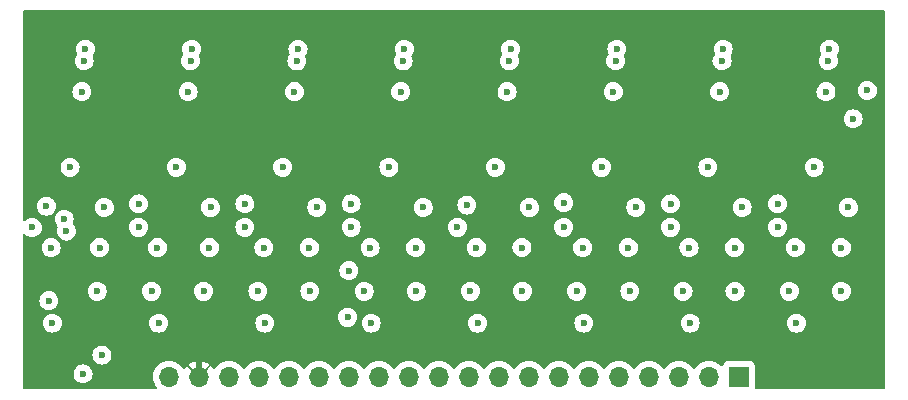
<source format=gbr>
%TF.GenerationSoftware,KiCad,Pcbnew,8.0.8*%
%TF.CreationDate,2025-09-05T20:33:19+02:00*%
%TF.ProjectId,REG8bit-SMD,52454738-6269-4742-9d53-4d442e6b6963,rev?*%
%TF.SameCoordinates,Original*%
%TF.FileFunction,Copper,L3,Inr*%
%TF.FilePolarity,Positive*%
%FSLAX46Y46*%
G04 Gerber Fmt 4.6, Leading zero omitted, Abs format (unit mm)*
G04 Created by KiCad (PCBNEW 8.0.8) date 2025-09-05 20:33:19*
%MOMM*%
%LPD*%
G01*
G04 APERTURE LIST*
%TA.AperFunction,ComponentPad*%
%ADD10R,1.700000X1.700000*%
%TD*%
%TA.AperFunction,ComponentPad*%
%ADD11O,1.700000X1.700000*%
%TD*%
%TA.AperFunction,ViaPad*%
%ADD12C,0.600000*%
%TD*%
%TA.AperFunction,Conductor*%
%ADD13C,0.200000*%
%TD*%
G04 APERTURE END LIST*
D10*
%TO.N,Net-(J1-Pin_1)*%
%TO.C,J1*%
X109725000Y-161625000D03*
D11*
%TO.N,Net-(J1-Pin_2)*%
X107185000Y-161625000D03*
%TO.N,Net-(J1-Pin_3)*%
X104645000Y-161625000D03*
%TO.N,Net-(J1-Pin_4)*%
X102105000Y-161625000D03*
%TO.N,Net-(J1-Pin_5)*%
X99565000Y-161625000D03*
%TO.N,Net-(J1-Pin_6)*%
X97025000Y-161625000D03*
%TO.N,Net-(J1-Pin_7)*%
X94485000Y-161625000D03*
%TO.N,Net-(J1-Pin_8)*%
X91945000Y-161625000D03*
%TO.N,Net-(J1-Pin_9)*%
X89405000Y-161625000D03*
%TO.N,Net-(J1-Pin_10)*%
X86865000Y-161625000D03*
%TO.N,Net-(J1-Pin_11)*%
X84325000Y-161625000D03*
%TO.N,Net-(J1-Pin_12)*%
X81785000Y-161625000D03*
%TO.N,Net-(J1-Pin_13)*%
X79245000Y-161625000D03*
%TO.N,Net-(J1-Pin_14)*%
X76705000Y-161625000D03*
%TO.N,Net-(J1-Pin_15)*%
X74165000Y-161625000D03*
%TO.N,Net-(J1-Pin_16)*%
X71625000Y-161625000D03*
%TO.N,/EN*%
X69085000Y-161625000D03*
%TO.N,/RST*%
X66545000Y-161625000D03*
%TO.N,Earth*%
X64005000Y-161625000D03*
%TO.N,VCC*%
X61465000Y-161625000D03*
%TD*%
D12*
%TO.N,Earth*%
X121400000Y-132800000D03*
X112400000Y-133100000D03*
X103500000Y-133000000D03*
X94400000Y-133200000D03*
X85500000Y-133000000D03*
X76400000Y-133100000D03*
X67400000Y-133100000D03*
X58000000Y-133100000D03*
X51200000Y-158800000D03*
X116200000Y-154200000D03*
X112400000Y-156200000D03*
X108000000Y-155900000D03*
X103400000Y-156200000D03*
X98900000Y-155800000D03*
X94500000Y-154700000D03*
X90100000Y-154400000D03*
X85400000Y-154400000D03*
X80702943Y-154400000D03*
X75900000Y-154400000D03*
X71900000Y-154400000D03*
X67500000Y-154400000D03*
X62900000Y-154400000D03*
X58400000Y-154600000D03*
X54000000Y-155900000D03*
X112700000Y-150800000D03*
X108200000Y-150200000D03*
X103400000Y-151600000D03*
X99200000Y-150200000D03*
X94500000Y-151800000D03*
X90100000Y-151400000D03*
X85300000Y-151700000D03*
X81100000Y-151450000D03*
X76600000Y-151000000D03*
X71968808Y-151440552D03*
X67100000Y-151500000D03*
X63400000Y-150400000D03*
X58400000Y-151700000D03*
X53400000Y-151700000D03*
X61900000Y-139700000D03*
X53000000Y-139700000D03*
X57300000Y-139700000D03*
X57400000Y-144200000D03*
X66300000Y-144200000D03*
X75300000Y-144200000D03*
X84300000Y-144200000D03*
X93300000Y-144200000D03*
X102400000Y-144100000D03*
X111400000Y-144100000D03*
X120300000Y-144200000D03*
X120700000Y-139800000D03*
X116000000Y-139800000D03*
X111300000Y-139800000D03*
X106900000Y-139800000D03*
X102300000Y-139800000D03*
X97900000Y-139800000D03*
X93237500Y-139837500D03*
X89000000Y-139800000D03*
X84400000Y-139700000D03*
X79900000Y-139800000D03*
X75300000Y-139800000D03*
X70900000Y-139900000D03*
X66500000Y-139800000D03*
%TO.N,Net-(Q10-D)*%
X49900000Y-149000000D03*
X51100000Y-147200000D03*
%TO.N,Net-(Q19-G)*%
X58900000Y-147000000D03*
X58900000Y-148990000D03*
%TO.N,Net-(Q29-G)*%
X67900000Y-147000000D03*
X67900000Y-148990000D03*
%TO.N,Net-(Q39-G)*%
X76900000Y-147000000D03*
X76900000Y-148990000D03*
%TO.N,Net-(Q49-G)*%
X86700000Y-147100000D03*
X85900000Y-148990000D03*
%TO.N,Net-(Q59-G)*%
X94900000Y-146900000D03*
X94900000Y-148990000D03*
%TO.N,Net-(Q69-G)*%
X103940000Y-147000000D03*
X103940000Y-148990000D03*
%TO.N,Net-(Q78-S)*%
X120600000Y-137400000D03*
X119400000Y-139800000D03*
%TO.N,Earth*%
X120300000Y-151600000D03*
X120300000Y-156100000D03*
X119600000Y-161000000D03*
X114550000Y-161350000D03*
%TO.N,/RST*%
X76700000Y-152650000D03*
X76600000Y-156600000D03*
%TO.N,Net-(Q74-D)*%
X116100000Y-143900000D03*
%TO.N,Net-(Q64-D)*%
X107100000Y-143900000D03*
%TO.N,Net-(Q54-D)*%
X98100000Y-143900000D03*
%TO.N,Net-(Q44-D)*%
X89100000Y-143900000D03*
%TO.N,Net-(Q34-D)*%
X80100000Y-143900000D03*
%TO.N,Net-(Q24-D)*%
X71100000Y-143900000D03*
%TO.N,Net-(Q14-D)*%
X62100000Y-143900000D03*
%TO.N,Net-(Q4-D)*%
X53100000Y-143900000D03*
%TO.N,VCC*%
X52800000Y-149300000D03*
X55800000Y-159800000D03*
%TO.N,/EN*%
X52600000Y-148300000D03*
X54200000Y-161400000D03*
%TO.N,Net-(Q2-D)*%
X51504724Y-150704724D03*
%TO.N,Net-(Q4-D)*%
X55600000Y-150700000D03*
%TO.N,Net-(Q12-D)*%
X60504724Y-150704724D03*
%TO.N,Net-(Q14-D)*%
X64904724Y-150704724D03*
%TO.N,Net-(Q22-D)*%
X69504724Y-150704724D03*
%TO.N,Net-(Q24-D)*%
X73362500Y-150700000D03*
%TO.N,Net-(Q32-D)*%
X78504724Y-150704724D03*
%TO.N,Net-(Q34-D)*%
X82362500Y-150700000D03*
%TO.N,Net-(Q42-D)*%
X87504724Y-150704724D03*
%TO.N,Net-(Q44-D)*%
X91362500Y-150700000D03*
%TO.N,Net-(Q52-D)*%
X96504724Y-150704724D03*
%TO.N,Net-(Q54-D)*%
X100362500Y-150700000D03*
%TO.N,Net-(Q62-D)*%
X105504724Y-150704724D03*
%TO.N,Net-(Q64-D)*%
X109362500Y-150700000D03*
%TO.N,Net-(Q74-D)*%
X118400000Y-150700000D03*
%TO.N,Net-(Q72-D)*%
X114500000Y-150700000D03*
X114000000Y-154400000D03*
%TO.N,Net-(Q54-D)*%
X100500000Y-154400000D03*
%TO.N,Net-(Q44-D)*%
X91400000Y-154400000D03*
%TO.N,Net-(Q34-D)*%
X82400000Y-154400000D03*
%TO.N,Net-(Q24-D)*%
X73400000Y-154400000D03*
%TO.N,Net-(Q2-D)*%
X51300000Y-155200000D03*
%TO.N,Net-(Q4-D)*%
X55400000Y-154400000D03*
%TO.N,Net-(Q14-D)*%
X64400000Y-154400000D03*
%TO.N,Net-(Q12-D)*%
X60000000Y-154400000D03*
%TO.N,Net-(Q22-D)*%
X69000000Y-154400000D03*
%TO.N,Net-(Q32-D)*%
X78000000Y-154400000D03*
%TO.N,Net-(Q42-D)*%
X87000000Y-154400000D03*
%TO.N,Net-(Q52-D)*%
X96000000Y-154400000D03*
%TO.N,Net-(Q62-D)*%
X105000000Y-154400000D03*
%TO.N,Net-(Q64-D)*%
X109400000Y-154400000D03*
%TO.N,Net-(Q74-D)*%
X118400000Y-154400000D03*
%TO.N,VCC*%
X54400000Y-133900000D03*
X63400000Y-133900000D03*
X72400000Y-133900000D03*
X81400000Y-133900000D03*
X90400000Y-133900000D03*
X99400000Y-133900000D03*
X108400000Y-133900000D03*
X117400000Y-133900000D03*
%TO.N,Net-(J1-Pin_8)*%
X54300000Y-134880000D03*
X54100000Y-137500000D03*
%TO.N,Net-(J1-Pin_7)*%
X63300000Y-134880000D03*
X63100000Y-137500000D03*
%TO.N,Net-(J1-Pin_6)*%
X72300000Y-134900000D03*
X72100000Y-137500000D03*
%TO.N,Net-(J1-Pin_5)*%
X81300000Y-134900000D03*
X81100000Y-137500000D03*
%TO.N,Net-(J1-Pin_4)*%
X90300000Y-134880000D03*
X90100000Y-137500000D03*
%TO.N,Net-(J1-Pin_3)*%
X99300000Y-134880000D03*
X99100000Y-137500000D03*
%TO.N,Net-(J1-Pin_2)*%
X108300000Y-134880000D03*
X108100000Y-137500000D03*
%TO.N,Net-(J1-Pin_1)*%
X117300000Y-134880000D03*
X117100000Y-137500000D03*
%TO.N,Net-(J1-Pin_16)*%
X56000000Y-147300000D03*
X51600000Y-157100000D03*
%TO.N,Net-(J1-Pin_15)*%
X65000000Y-147300000D03*
X60600000Y-157100000D03*
%TO.N,Net-(J1-Pin_14)*%
X74000000Y-147300000D03*
X69600000Y-157100000D03*
%TO.N,Net-(J1-Pin_13)*%
X83000000Y-147300000D03*
X78600000Y-157100000D03*
%TO.N,Net-(J1-Pin_12)*%
X92000000Y-147300000D03*
X87600000Y-157100000D03*
%TO.N,Net-(J1-Pin_9)*%
X119000000Y-147300000D03*
X114600000Y-157100000D03*
%TO.N,Net-(J1-Pin_10)*%
X105600000Y-157100000D03*
%TO.N,Net-(J1-Pin_11)*%
X101000000Y-147300000D03*
X96600000Y-157100000D03*
%TO.N,Net-(J1-Pin_10)*%
X110000000Y-147300000D03*
%TO.N,Earth*%
X117100000Y-150300000D03*
%TO.N,Net-(Q79-G)*%
X113000000Y-148990000D03*
X113000000Y-147000000D03*
%TD*%
D13*
%TO.N,Earth*%
X62280000Y-159900000D02*
X61800000Y-159900000D01*
X64005000Y-161625000D02*
X62280000Y-159900000D01*
X65630000Y-160000000D02*
X66000000Y-160000000D01*
X64005000Y-161625000D02*
X65630000Y-160000000D01*
X120500000Y-156300000D02*
X120800000Y-156300000D01*
X120300000Y-156100000D02*
X120500000Y-156300000D01*
%TD*%
%TA.AperFunction,Conductor*%
%TO.N,Earth*%
G36*
X122042539Y-130620185D02*
G01*
X122088294Y-130672989D01*
X122099500Y-130724500D01*
X122099500Y-162575500D01*
X122079815Y-162642539D01*
X122027011Y-162688294D01*
X121975500Y-162699500D01*
X111194556Y-162699500D01*
X111127517Y-162679815D01*
X111081762Y-162627011D01*
X111071267Y-162562244D01*
X111075499Y-162522881D01*
X111075500Y-162522873D01*
X111075499Y-160727128D01*
X111069091Y-160667517D01*
X111067810Y-160664083D01*
X111018797Y-160532671D01*
X111018793Y-160532664D01*
X110932547Y-160417455D01*
X110932544Y-160417452D01*
X110817335Y-160331206D01*
X110817328Y-160331202D01*
X110682482Y-160280908D01*
X110682483Y-160280908D01*
X110622883Y-160274501D01*
X110622881Y-160274500D01*
X110622873Y-160274500D01*
X110622864Y-160274500D01*
X108827129Y-160274500D01*
X108827123Y-160274501D01*
X108767516Y-160280908D01*
X108632671Y-160331202D01*
X108632664Y-160331206D01*
X108517455Y-160417452D01*
X108517452Y-160417455D01*
X108431206Y-160532664D01*
X108431203Y-160532669D01*
X108382189Y-160664083D01*
X108340317Y-160720016D01*
X108274853Y-160744433D01*
X108206580Y-160729581D01*
X108178326Y-160708430D01*
X108056402Y-160586506D01*
X108056395Y-160586501D01*
X108054778Y-160585369D01*
X107979518Y-160532671D01*
X107862834Y-160450967D01*
X107862830Y-160450965D01*
X107817474Y-160429815D01*
X107648663Y-160351097D01*
X107648659Y-160351096D01*
X107648655Y-160351094D01*
X107420413Y-160289938D01*
X107420403Y-160289936D01*
X107185001Y-160269341D01*
X107184999Y-160269341D01*
X106949596Y-160289936D01*
X106949586Y-160289938D01*
X106721344Y-160351094D01*
X106721335Y-160351098D01*
X106507171Y-160450964D01*
X106507169Y-160450965D01*
X106313597Y-160586505D01*
X106146505Y-160753597D01*
X106016575Y-160939158D01*
X105961998Y-160982783D01*
X105892500Y-160989977D01*
X105830145Y-160958454D01*
X105813425Y-160939158D01*
X105683494Y-160753597D01*
X105516402Y-160586506D01*
X105516395Y-160586501D01*
X105514778Y-160585369D01*
X105439518Y-160532671D01*
X105322834Y-160450967D01*
X105322830Y-160450965D01*
X105277474Y-160429815D01*
X105108663Y-160351097D01*
X105108659Y-160351096D01*
X105108655Y-160351094D01*
X104880413Y-160289938D01*
X104880403Y-160289936D01*
X104645001Y-160269341D01*
X104644999Y-160269341D01*
X104409596Y-160289936D01*
X104409586Y-160289938D01*
X104181344Y-160351094D01*
X104181335Y-160351098D01*
X103967171Y-160450964D01*
X103967169Y-160450965D01*
X103773597Y-160586505D01*
X103606505Y-160753597D01*
X103476575Y-160939158D01*
X103421998Y-160982783D01*
X103352500Y-160989977D01*
X103290145Y-160958454D01*
X103273425Y-160939158D01*
X103143494Y-160753597D01*
X102976402Y-160586506D01*
X102976395Y-160586501D01*
X102974778Y-160585369D01*
X102899518Y-160532671D01*
X102782834Y-160450967D01*
X102782830Y-160450965D01*
X102737474Y-160429815D01*
X102568663Y-160351097D01*
X102568659Y-160351096D01*
X102568655Y-160351094D01*
X102340413Y-160289938D01*
X102340403Y-160289936D01*
X102105001Y-160269341D01*
X102104999Y-160269341D01*
X101869596Y-160289936D01*
X101869586Y-160289938D01*
X101641344Y-160351094D01*
X101641335Y-160351098D01*
X101427171Y-160450964D01*
X101427169Y-160450965D01*
X101233597Y-160586505D01*
X101066505Y-160753597D01*
X100936575Y-160939158D01*
X100881998Y-160982783D01*
X100812500Y-160989977D01*
X100750145Y-160958454D01*
X100733425Y-160939158D01*
X100603494Y-160753597D01*
X100436402Y-160586506D01*
X100436395Y-160586501D01*
X100434778Y-160585369D01*
X100359518Y-160532671D01*
X100242834Y-160450967D01*
X100242830Y-160450965D01*
X100197474Y-160429815D01*
X100028663Y-160351097D01*
X100028659Y-160351096D01*
X100028655Y-160351094D01*
X99800413Y-160289938D01*
X99800403Y-160289936D01*
X99565001Y-160269341D01*
X99564999Y-160269341D01*
X99329596Y-160289936D01*
X99329586Y-160289938D01*
X99101344Y-160351094D01*
X99101335Y-160351098D01*
X98887171Y-160450964D01*
X98887169Y-160450965D01*
X98693597Y-160586505D01*
X98526505Y-160753597D01*
X98396575Y-160939158D01*
X98341998Y-160982783D01*
X98272500Y-160989977D01*
X98210145Y-160958454D01*
X98193425Y-160939158D01*
X98063494Y-160753597D01*
X97896402Y-160586506D01*
X97896395Y-160586501D01*
X97894778Y-160585369D01*
X97819518Y-160532671D01*
X97702834Y-160450967D01*
X97702830Y-160450965D01*
X97657474Y-160429815D01*
X97488663Y-160351097D01*
X97488659Y-160351096D01*
X97488655Y-160351094D01*
X97260413Y-160289938D01*
X97260403Y-160289936D01*
X97025001Y-160269341D01*
X97024999Y-160269341D01*
X96789596Y-160289936D01*
X96789586Y-160289938D01*
X96561344Y-160351094D01*
X96561335Y-160351098D01*
X96347171Y-160450964D01*
X96347169Y-160450965D01*
X96153597Y-160586505D01*
X95986505Y-160753597D01*
X95856575Y-160939158D01*
X95801998Y-160982783D01*
X95732500Y-160989977D01*
X95670145Y-160958454D01*
X95653425Y-160939158D01*
X95523494Y-160753597D01*
X95356402Y-160586506D01*
X95356395Y-160586501D01*
X95354778Y-160585369D01*
X95279518Y-160532671D01*
X95162834Y-160450967D01*
X95162830Y-160450965D01*
X95117474Y-160429815D01*
X94948663Y-160351097D01*
X94948659Y-160351096D01*
X94948655Y-160351094D01*
X94720413Y-160289938D01*
X94720403Y-160289936D01*
X94485001Y-160269341D01*
X94484999Y-160269341D01*
X94249596Y-160289936D01*
X94249586Y-160289938D01*
X94021344Y-160351094D01*
X94021335Y-160351098D01*
X93807171Y-160450964D01*
X93807169Y-160450965D01*
X93613597Y-160586505D01*
X93446505Y-160753597D01*
X93316575Y-160939158D01*
X93261998Y-160982783D01*
X93192500Y-160989977D01*
X93130145Y-160958454D01*
X93113425Y-160939158D01*
X92983494Y-160753597D01*
X92816402Y-160586506D01*
X92816395Y-160586501D01*
X92814778Y-160585369D01*
X92739518Y-160532671D01*
X92622834Y-160450967D01*
X92622830Y-160450965D01*
X92577474Y-160429815D01*
X92408663Y-160351097D01*
X92408659Y-160351096D01*
X92408655Y-160351094D01*
X92180413Y-160289938D01*
X92180403Y-160289936D01*
X91945001Y-160269341D01*
X91944999Y-160269341D01*
X91709596Y-160289936D01*
X91709586Y-160289938D01*
X91481344Y-160351094D01*
X91481335Y-160351098D01*
X91267171Y-160450964D01*
X91267169Y-160450965D01*
X91073597Y-160586505D01*
X90906505Y-160753597D01*
X90776575Y-160939158D01*
X90721998Y-160982783D01*
X90652500Y-160989977D01*
X90590145Y-160958454D01*
X90573425Y-160939158D01*
X90443494Y-160753597D01*
X90276402Y-160586506D01*
X90276395Y-160586501D01*
X90274778Y-160585369D01*
X90199518Y-160532671D01*
X90082834Y-160450967D01*
X90082830Y-160450965D01*
X90037474Y-160429815D01*
X89868663Y-160351097D01*
X89868659Y-160351096D01*
X89868655Y-160351094D01*
X89640413Y-160289938D01*
X89640403Y-160289936D01*
X89405001Y-160269341D01*
X89404999Y-160269341D01*
X89169596Y-160289936D01*
X89169586Y-160289938D01*
X88941344Y-160351094D01*
X88941335Y-160351098D01*
X88727171Y-160450964D01*
X88727169Y-160450965D01*
X88533597Y-160586505D01*
X88366505Y-160753597D01*
X88236575Y-160939158D01*
X88181998Y-160982783D01*
X88112500Y-160989977D01*
X88050145Y-160958454D01*
X88033425Y-160939158D01*
X87903494Y-160753597D01*
X87736402Y-160586506D01*
X87736395Y-160586501D01*
X87734778Y-160585369D01*
X87659518Y-160532671D01*
X87542834Y-160450967D01*
X87542830Y-160450965D01*
X87497474Y-160429815D01*
X87328663Y-160351097D01*
X87328659Y-160351096D01*
X87328655Y-160351094D01*
X87100413Y-160289938D01*
X87100403Y-160289936D01*
X86865001Y-160269341D01*
X86864999Y-160269341D01*
X86629596Y-160289936D01*
X86629586Y-160289938D01*
X86401344Y-160351094D01*
X86401335Y-160351098D01*
X86187171Y-160450964D01*
X86187169Y-160450965D01*
X85993597Y-160586505D01*
X85826505Y-160753597D01*
X85696575Y-160939158D01*
X85641998Y-160982783D01*
X85572500Y-160989977D01*
X85510145Y-160958454D01*
X85493425Y-160939158D01*
X85363494Y-160753597D01*
X85196402Y-160586506D01*
X85196395Y-160586501D01*
X85194778Y-160585369D01*
X85119518Y-160532671D01*
X85002834Y-160450967D01*
X85002830Y-160450965D01*
X84957474Y-160429815D01*
X84788663Y-160351097D01*
X84788659Y-160351096D01*
X84788655Y-160351094D01*
X84560413Y-160289938D01*
X84560403Y-160289936D01*
X84325001Y-160269341D01*
X84324999Y-160269341D01*
X84089596Y-160289936D01*
X84089586Y-160289938D01*
X83861344Y-160351094D01*
X83861335Y-160351098D01*
X83647171Y-160450964D01*
X83647169Y-160450965D01*
X83453597Y-160586505D01*
X83286505Y-160753597D01*
X83156575Y-160939158D01*
X83101998Y-160982783D01*
X83032500Y-160989977D01*
X82970145Y-160958454D01*
X82953425Y-160939158D01*
X82823494Y-160753597D01*
X82656402Y-160586506D01*
X82656395Y-160586501D01*
X82654778Y-160585369D01*
X82579518Y-160532671D01*
X82462834Y-160450967D01*
X82462830Y-160450965D01*
X82417474Y-160429815D01*
X82248663Y-160351097D01*
X82248659Y-160351096D01*
X82248655Y-160351094D01*
X82020413Y-160289938D01*
X82020403Y-160289936D01*
X81785001Y-160269341D01*
X81784999Y-160269341D01*
X81549596Y-160289936D01*
X81549586Y-160289938D01*
X81321344Y-160351094D01*
X81321335Y-160351098D01*
X81107171Y-160450964D01*
X81107169Y-160450965D01*
X80913597Y-160586505D01*
X80746505Y-160753597D01*
X80616575Y-160939158D01*
X80561998Y-160982783D01*
X80492500Y-160989977D01*
X80430145Y-160958454D01*
X80413425Y-160939158D01*
X80283494Y-160753597D01*
X80116402Y-160586506D01*
X80116395Y-160586501D01*
X80114778Y-160585369D01*
X80039518Y-160532671D01*
X79922834Y-160450967D01*
X79922830Y-160450965D01*
X79877474Y-160429815D01*
X79708663Y-160351097D01*
X79708659Y-160351096D01*
X79708655Y-160351094D01*
X79480413Y-160289938D01*
X79480403Y-160289936D01*
X79245001Y-160269341D01*
X79244999Y-160269341D01*
X79009596Y-160289936D01*
X79009586Y-160289938D01*
X78781344Y-160351094D01*
X78781335Y-160351098D01*
X78567171Y-160450964D01*
X78567169Y-160450965D01*
X78373597Y-160586505D01*
X78206505Y-160753597D01*
X78076575Y-160939158D01*
X78021998Y-160982783D01*
X77952500Y-160989977D01*
X77890145Y-160958454D01*
X77873425Y-160939158D01*
X77743494Y-160753597D01*
X77576402Y-160586506D01*
X77576395Y-160586501D01*
X77574778Y-160585369D01*
X77499518Y-160532671D01*
X77382834Y-160450967D01*
X77382830Y-160450965D01*
X77337474Y-160429815D01*
X77168663Y-160351097D01*
X77168659Y-160351096D01*
X77168655Y-160351094D01*
X76940413Y-160289938D01*
X76940403Y-160289936D01*
X76705001Y-160269341D01*
X76704999Y-160269341D01*
X76469596Y-160289936D01*
X76469586Y-160289938D01*
X76241344Y-160351094D01*
X76241335Y-160351098D01*
X76027171Y-160450964D01*
X76027169Y-160450965D01*
X75833597Y-160586505D01*
X75666505Y-160753597D01*
X75536575Y-160939158D01*
X75481998Y-160982783D01*
X75412500Y-160989977D01*
X75350145Y-160958454D01*
X75333425Y-160939158D01*
X75203494Y-160753597D01*
X75036402Y-160586506D01*
X75036395Y-160586501D01*
X75034778Y-160585369D01*
X74959518Y-160532671D01*
X74842834Y-160450967D01*
X74842830Y-160450965D01*
X74797474Y-160429815D01*
X74628663Y-160351097D01*
X74628659Y-160351096D01*
X74628655Y-160351094D01*
X74400413Y-160289938D01*
X74400403Y-160289936D01*
X74165001Y-160269341D01*
X74164999Y-160269341D01*
X73929596Y-160289936D01*
X73929586Y-160289938D01*
X73701344Y-160351094D01*
X73701335Y-160351098D01*
X73487171Y-160450964D01*
X73487169Y-160450965D01*
X73293597Y-160586505D01*
X73126505Y-160753597D01*
X72996575Y-160939158D01*
X72941998Y-160982783D01*
X72872500Y-160989977D01*
X72810145Y-160958454D01*
X72793425Y-160939158D01*
X72663494Y-160753597D01*
X72496402Y-160586506D01*
X72496395Y-160586501D01*
X72494778Y-160585369D01*
X72419518Y-160532671D01*
X72302834Y-160450967D01*
X72302830Y-160450965D01*
X72257474Y-160429815D01*
X72088663Y-160351097D01*
X72088659Y-160351096D01*
X72088655Y-160351094D01*
X71860413Y-160289938D01*
X71860403Y-160289936D01*
X71625001Y-160269341D01*
X71624999Y-160269341D01*
X71389596Y-160289936D01*
X71389586Y-160289938D01*
X71161344Y-160351094D01*
X71161335Y-160351098D01*
X70947171Y-160450964D01*
X70947169Y-160450965D01*
X70753597Y-160586505D01*
X70586505Y-160753597D01*
X70456575Y-160939158D01*
X70401998Y-160982783D01*
X70332500Y-160989977D01*
X70270145Y-160958454D01*
X70253425Y-160939158D01*
X70123494Y-160753597D01*
X69956402Y-160586506D01*
X69956395Y-160586501D01*
X69954778Y-160585369D01*
X69879518Y-160532671D01*
X69762834Y-160450967D01*
X69762830Y-160450965D01*
X69717474Y-160429815D01*
X69548663Y-160351097D01*
X69548659Y-160351096D01*
X69548655Y-160351094D01*
X69320413Y-160289938D01*
X69320403Y-160289936D01*
X69085001Y-160269341D01*
X69084999Y-160269341D01*
X68849596Y-160289936D01*
X68849586Y-160289938D01*
X68621344Y-160351094D01*
X68621335Y-160351098D01*
X68407171Y-160450964D01*
X68407169Y-160450965D01*
X68213597Y-160586505D01*
X68046505Y-160753597D01*
X67916575Y-160939158D01*
X67861998Y-160982783D01*
X67792500Y-160989977D01*
X67730145Y-160958454D01*
X67713425Y-160939158D01*
X67583494Y-160753597D01*
X67416402Y-160586506D01*
X67416395Y-160586501D01*
X67414778Y-160585369D01*
X67339518Y-160532671D01*
X67222834Y-160450967D01*
X67222830Y-160450965D01*
X67177474Y-160429815D01*
X67008663Y-160351097D01*
X67008659Y-160351096D01*
X67008655Y-160351094D01*
X66780413Y-160289938D01*
X66780403Y-160289936D01*
X66545001Y-160269341D01*
X66544999Y-160269341D01*
X66309596Y-160289936D01*
X66309586Y-160289938D01*
X66081344Y-160351094D01*
X66081335Y-160351098D01*
X65867171Y-160450964D01*
X65867169Y-160450965D01*
X65673597Y-160586505D01*
X65506508Y-160753594D01*
X65376269Y-160939595D01*
X65321692Y-160983219D01*
X65252193Y-160990412D01*
X65189839Y-160958890D01*
X65173119Y-160939594D01*
X65043113Y-160753926D01*
X65043108Y-160753920D01*
X64876082Y-160586894D01*
X64682578Y-160451399D01*
X64468492Y-160351570D01*
X64468486Y-160351567D01*
X64255000Y-160294364D01*
X64255000Y-161191988D01*
X64197993Y-161159075D01*
X64070826Y-161125000D01*
X63939174Y-161125000D01*
X63812007Y-161159075D01*
X63755000Y-161191988D01*
X63755000Y-160294364D01*
X63754999Y-160294364D01*
X63541513Y-160351567D01*
X63541507Y-160351570D01*
X63327422Y-160451399D01*
X63327420Y-160451400D01*
X63133926Y-160586886D01*
X63133920Y-160586891D01*
X62966891Y-160753920D01*
X62966890Y-160753922D01*
X62836880Y-160939595D01*
X62782303Y-160983219D01*
X62712804Y-160990412D01*
X62650450Y-160958890D01*
X62633730Y-160939594D01*
X62503494Y-160753597D01*
X62336402Y-160586506D01*
X62336395Y-160586501D01*
X62334778Y-160585369D01*
X62259518Y-160532671D01*
X62142834Y-160450967D01*
X62142830Y-160450965D01*
X62097474Y-160429815D01*
X61928663Y-160351097D01*
X61928659Y-160351096D01*
X61928655Y-160351094D01*
X61700413Y-160289938D01*
X61700403Y-160289936D01*
X61465001Y-160269341D01*
X61464999Y-160269341D01*
X61229596Y-160289936D01*
X61229586Y-160289938D01*
X61001344Y-160351094D01*
X61001335Y-160351098D01*
X60787171Y-160450964D01*
X60787169Y-160450965D01*
X60593597Y-160586505D01*
X60426505Y-160753597D01*
X60290965Y-160947169D01*
X60290964Y-160947171D01*
X60191098Y-161161335D01*
X60191094Y-161161344D01*
X60129938Y-161389586D01*
X60129936Y-161389596D01*
X60109341Y-161624999D01*
X60109341Y-161625000D01*
X60129936Y-161860403D01*
X60129938Y-161860413D01*
X60191094Y-162088655D01*
X60191096Y-162088659D01*
X60191097Y-162088663D01*
X60270801Y-162259588D01*
X60290965Y-162302830D01*
X60290967Y-162302834D01*
X60429610Y-162500836D01*
X60428530Y-162501592D01*
X60454007Y-162559787D01*
X60442976Y-162628781D01*
X60396396Y-162680858D01*
X60331007Y-162699500D01*
X49224500Y-162699500D01*
X49157461Y-162679815D01*
X49111706Y-162627011D01*
X49100500Y-162575500D01*
X49100500Y-161399996D01*
X53394435Y-161399996D01*
X53394435Y-161400003D01*
X53414630Y-161579249D01*
X53414631Y-161579254D01*
X53474211Y-161749523D01*
X53570184Y-161902262D01*
X53697738Y-162029816D01*
X53788080Y-162086582D01*
X53804711Y-162097032D01*
X53850478Y-162125789D01*
X54020745Y-162185368D01*
X54020750Y-162185369D01*
X54199996Y-162205565D01*
X54200000Y-162205565D01*
X54200004Y-162205565D01*
X54379249Y-162185369D01*
X54379252Y-162185368D01*
X54379255Y-162185368D01*
X54549522Y-162125789D01*
X54702262Y-162029816D01*
X54829816Y-161902262D01*
X54925789Y-161749522D01*
X54985368Y-161579255D01*
X54987631Y-161559174D01*
X55005565Y-161400003D01*
X55005565Y-161399996D01*
X54985369Y-161220750D01*
X54985368Y-161220745D01*
X54964580Y-161161337D01*
X54925789Y-161050478D01*
X54829816Y-160897738D01*
X54702262Y-160770184D01*
X54637643Y-160729581D01*
X54549523Y-160674211D01*
X54379254Y-160614631D01*
X54379249Y-160614630D01*
X54200004Y-160594435D01*
X54199996Y-160594435D01*
X54020750Y-160614630D01*
X54020745Y-160614631D01*
X53850476Y-160674211D01*
X53697737Y-160770184D01*
X53570184Y-160897737D01*
X53474211Y-161050476D01*
X53414631Y-161220745D01*
X53414630Y-161220750D01*
X53394435Y-161399996D01*
X49100500Y-161399996D01*
X49100500Y-159799996D01*
X54994435Y-159799996D01*
X54994435Y-159800003D01*
X55014630Y-159979249D01*
X55014631Y-159979254D01*
X55074211Y-160149523D01*
X55156766Y-160280908D01*
X55170184Y-160302262D01*
X55297738Y-160429816D01*
X55450478Y-160525789D01*
X55470146Y-160532671D01*
X55620745Y-160585368D01*
X55620750Y-160585369D01*
X55799996Y-160605565D01*
X55800000Y-160605565D01*
X55800004Y-160605565D01*
X55979249Y-160585369D01*
X55979252Y-160585368D01*
X55979255Y-160585368D01*
X56149522Y-160525789D01*
X56302262Y-160429816D01*
X56429816Y-160302262D01*
X56525789Y-160149522D01*
X56585368Y-159979255D01*
X56605565Y-159800000D01*
X56585368Y-159620745D01*
X56525789Y-159450478D01*
X56429816Y-159297738D01*
X56302262Y-159170184D01*
X56149523Y-159074211D01*
X55979254Y-159014631D01*
X55979249Y-159014630D01*
X55800004Y-158994435D01*
X55799996Y-158994435D01*
X55620750Y-159014630D01*
X55620745Y-159014631D01*
X55450476Y-159074211D01*
X55297737Y-159170184D01*
X55170184Y-159297737D01*
X55074211Y-159450476D01*
X55014631Y-159620745D01*
X55014630Y-159620750D01*
X54994435Y-159799996D01*
X49100500Y-159799996D01*
X49100500Y-157099996D01*
X50794435Y-157099996D01*
X50794435Y-157100003D01*
X50814630Y-157279249D01*
X50814631Y-157279254D01*
X50874211Y-157449523D01*
X50970184Y-157602262D01*
X51097738Y-157729816D01*
X51250478Y-157825789D01*
X51420745Y-157885368D01*
X51420750Y-157885369D01*
X51599996Y-157905565D01*
X51600000Y-157905565D01*
X51600004Y-157905565D01*
X51779249Y-157885369D01*
X51779252Y-157885368D01*
X51779255Y-157885368D01*
X51949522Y-157825789D01*
X52102262Y-157729816D01*
X52229816Y-157602262D01*
X52325789Y-157449522D01*
X52385368Y-157279255D01*
X52385369Y-157279249D01*
X52405565Y-157100003D01*
X52405565Y-157099996D01*
X59794435Y-157099996D01*
X59794435Y-157100003D01*
X59814630Y-157279249D01*
X59814631Y-157279254D01*
X59874211Y-157449523D01*
X59970184Y-157602262D01*
X60097738Y-157729816D01*
X60250478Y-157825789D01*
X60420745Y-157885368D01*
X60420750Y-157885369D01*
X60599996Y-157905565D01*
X60600000Y-157905565D01*
X60600004Y-157905565D01*
X60779249Y-157885369D01*
X60779252Y-157885368D01*
X60779255Y-157885368D01*
X60949522Y-157825789D01*
X61102262Y-157729816D01*
X61229816Y-157602262D01*
X61325789Y-157449522D01*
X61385368Y-157279255D01*
X61385369Y-157279249D01*
X61405565Y-157100003D01*
X61405565Y-157099996D01*
X68794435Y-157099996D01*
X68794435Y-157100003D01*
X68814630Y-157279249D01*
X68814631Y-157279254D01*
X68874211Y-157449523D01*
X68970184Y-157602262D01*
X69097738Y-157729816D01*
X69250478Y-157825789D01*
X69420745Y-157885368D01*
X69420750Y-157885369D01*
X69599996Y-157905565D01*
X69600000Y-157905565D01*
X69600004Y-157905565D01*
X69779249Y-157885369D01*
X69779252Y-157885368D01*
X69779255Y-157885368D01*
X69949522Y-157825789D01*
X70102262Y-157729816D01*
X70229816Y-157602262D01*
X70325789Y-157449522D01*
X70385368Y-157279255D01*
X70385369Y-157279249D01*
X70405565Y-157100003D01*
X70405565Y-157099996D01*
X70385369Y-156920750D01*
X70385368Y-156920745D01*
X70325789Y-156750478D01*
X70231235Y-156599996D01*
X75794435Y-156599996D01*
X75794435Y-156600003D01*
X75814630Y-156779249D01*
X75814631Y-156779254D01*
X75874211Y-156949523D01*
X75968760Y-157099996D01*
X75970184Y-157102262D01*
X76097738Y-157229816D01*
X76250478Y-157325789D01*
X76420745Y-157385368D01*
X76420750Y-157385369D01*
X76599996Y-157405565D01*
X76600000Y-157405565D01*
X76600004Y-157405565D01*
X76779249Y-157385369D01*
X76779252Y-157385368D01*
X76779255Y-157385368D01*
X76949522Y-157325789D01*
X77102262Y-157229816D01*
X77229816Y-157102262D01*
X77231240Y-157099996D01*
X77794435Y-157099996D01*
X77794435Y-157100003D01*
X77814630Y-157279249D01*
X77814631Y-157279254D01*
X77874211Y-157449523D01*
X77970184Y-157602262D01*
X78097738Y-157729816D01*
X78250478Y-157825789D01*
X78420745Y-157885368D01*
X78420750Y-157885369D01*
X78599996Y-157905565D01*
X78600000Y-157905565D01*
X78600004Y-157905565D01*
X78779249Y-157885369D01*
X78779252Y-157885368D01*
X78779255Y-157885368D01*
X78949522Y-157825789D01*
X79102262Y-157729816D01*
X79229816Y-157602262D01*
X79325789Y-157449522D01*
X79385368Y-157279255D01*
X79385369Y-157279249D01*
X79405565Y-157100003D01*
X79405565Y-157099996D01*
X86794435Y-157099996D01*
X86794435Y-157100003D01*
X86814630Y-157279249D01*
X86814631Y-157279254D01*
X86874211Y-157449523D01*
X86970184Y-157602262D01*
X87097738Y-157729816D01*
X87250478Y-157825789D01*
X87420745Y-157885368D01*
X87420750Y-157885369D01*
X87599996Y-157905565D01*
X87600000Y-157905565D01*
X87600004Y-157905565D01*
X87779249Y-157885369D01*
X87779252Y-157885368D01*
X87779255Y-157885368D01*
X87949522Y-157825789D01*
X88102262Y-157729816D01*
X88229816Y-157602262D01*
X88325789Y-157449522D01*
X88385368Y-157279255D01*
X88385369Y-157279249D01*
X88405565Y-157100003D01*
X88405565Y-157099996D01*
X95794435Y-157099996D01*
X95794435Y-157100003D01*
X95814630Y-157279249D01*
X95814631Y-157279254D01*
X95874211Y-157449523D01*
X95970184Y-157602262D01*
X96097738Y-157729816D01*
X96250478Y-157825789D01*
X96420745Y-157885368D01*
X96420750Y-157885369D01*
X96599996Y-157905565D01*
X96600000Y-157905565D01*
X96600004Y-157905565D01*
X96779249Y-157885369D01*
X96779252Y-157885368D01*
X96779255Y-157885368D01*
X96949522Y-157825789D01*
X97102262Y-157729816D01*
X97229816Y-157602262D01*
X97325789Y-157449522D01*
X97385368Y-157279255D01*
X97385369Y-157279249D01*
X97405565Y-157100003D01*
X97405565Y-157099996D01*
X104794435Y-157099996D01*
X104794435Y-157100003D01*
X104814630Y-157279249D01*
X104814631Y-157279254D01*
X104874211Y-157449523D01*
X104970184Y-157602262D01*
X105097738Y-157729816D01*
X105250478Y-157825789D01*
X105420745Y-157885368D01*
X105420750Y-157885369D01*
X105599996Y-157905565D01*
X105600000Y-157905565D01*
X105600004Y-157905565D01*
X105779249Y-157885369D01*
X105779252Y-157885368D01*
X105779255Y-157885368D01*
X105949522Y-157825789D01*
X106102262Y-157729816D01*
X106229816Y-157602262D01*
X106325789Y-157449522D01*
X106385368Y-157279255D01*
X106385369Y-157279249D01*
X106405565Y-157100003D01*
X106405565Y-157099996D01*
X113794435Y-157099996D01*
X113794435Y-157100003D01*
X113814630Y-157279249D01*
X113814631Y-157279254D01*
X113874211Y-157449523D01*
X113970184Y-157602262D01*
X114097738Y-157729816D01*
X114250478Y-157825789D01*
X114420745Y-157885368D01*
X114420750Y-157885369D01*
X114599996Y-157905565D01*
X114600000Y-157905565D01*
X114600004Y-157905565D01*
X114779249Y-157885369D01*
X114779252Y-157885368D01*
X114779255Y-157885368D01*
X114949522Y-157825789D01*
X115102262Y-157729816D01*
X115229816Y-157602262D01*
X115325789Y-157449522D01*
X115385368Y-157279255D01*
X115385369Y-157279249D01*
X115405565Y-157100003D01*
X115405565Y-157099996D01*
X115385369Y-156920750D01*
X115385368Y-156920745D01*
X115325789Y-156750478D01*
X115229816Y-156597738D01*
X115102262Y-156470184D01*
X114949523Y-156374211D01*
X114779254Y-156314631D01*
X114779249Y-156314630D01*
X114600004Y-156294435D01*
X114599996Y-156294435D01*
X114420750Y-156314630D01*
X114420745Y-156314631D01*
X114250476Y-156374211D01*
X114097737Y-156470184D01*
X113970184Y-156597737D01*
X113874211Y-156750476D01*
X113814631Y-156920745D01*
X113814630Y-156920750D01*
X113794435Y-157099996D01*
X106405565Y-157099996D01*
X106385369Y-156920750D01*
X106385368Y-156920745D01*
X106325789Y-156750478D01*
X106229816Y-156597738D01*
X106102262Y-156470184D01*
X105949523Y-156374211D01*
X105779254Y-156314631D01*
X105779249Y-156314630D01*
X105600004Y-156294435D01*
X105599996Y-156294435D01*
X105420750Y-156314630D01*
X105420745Y-156314631D01*
X105250476Y-156374211D01*
X105097737Y-156470184D01*
X104970184Y-156597737D01*
X104874211Y-156750476D01*
X104814631Y-156920745D01*
X104814630Y-156920750D01*
X104794435Y-157099996D01*
X97405565Y-157099996D01*
X97385369Y-156920750D01*
X97385368Y-156920745D01*
X97325789Y-156750478D01*
X97229816Y-156597738D01*
X97102262Y-156470184D01*
X96949523Y-156374211D01*
X96779254Y-156314631D01*
X96779249Y-156314630D01*
X96600004Y-156294435D01*
X96599996Y-156294435D01*
X96420750Y-156314630D01*
X96420745Y-156314631D01*
X96250476Y-156374211D01*
X96097737Y-156470184D01*
X95970184Y-156597737D01*
X95874211Y-156750476D01*
X95814631Y-156920745D01*
X95814630Y-156920750D01*
X95794435Y-157099996D01*
X88405565Y-157099996D01*
X88385369Y-156920750D01*
X88385368Y-156920745D01*
X88325789Y-156750478D01*
X88229816Y-156597738D01*
X88102262Y-156470184D01*
X87949523Y-156374211D01*
X87779254Y-156314631D01*
X87779249Y-156314630D01*
X87600004Y-156294435D01*
X87599996Y-156294435D01*
X87420750Y-156314630D01*
X87420745Y-156314631D01*
X87250476Y-156374211D01*
X87097737Y-156470184D01*
X86970184Y-156597737D01*
X86874211Y-156750476D01*
X86814631Y-156920745D01*
X86814630Y-156920750D01*
X86794435Y-157099996D01*
X79405565Y-157099996D01*
X79385369Y-156920750D01*
X79385368Y-156920745D01*
X79325789Y-156750478D01*
X79229816Y-156597738D01*
X79102262Y-156470184D01*
X78949523Y-156374211D01*
X78779254Y-156314631D01*
X78779249Y-156314630D01*
X78600004Y-156294435D01*
X78599996Y-156294435D01*
X78420750Y-156314630D01*
X78420745Y-156314631D01*
X78250476Y-156374211D01*
X78097737Y-156470184D01*
X77970184Y-156597737D01*
X77874211Y-156750476D01*
X77814631Y-156920745D01*
X77814630Y-156920750D01*
X77794435Y-157099996D01*
X77231240Y-157099996D01*
X77325789Y-156949522D01*
X77385368Y-156779255D01*
X77385369Y-156779249D01*
X77405565Y-156600003D01*
X77405565Y-156599996D01*
X77385369Y-156420750D01*
X77385368Y-156420745D01*
X77325788Y-156250476D01*
X77229815Y-156097737D01*
X77102262Y-155970184D01*
X76949523Y-155874211D01*
X76779254Y-155814631D01*
X76779249Y-155814630D01*
X76600004Y-155794435D01*
X76599996Y-155794435D01*
X76420750Y-155814630D01*
X76420745Y-155814631D01*
X76250476Y-155874211D01*
X76097737Y-155970184D01*
X75970184Y-156097737D01*
X75874211Y-156250476D01*
X75814631Y-156420745D01*
X75814630Y-156420750D01*
X75794435Y-156599996D01*
X70231235Y-156599996D01*
X70229816Y-156597738D01*
X70102262Y-156470184D01*
X69949523Y-156374211D01*
X69779254Y-156314631D01*
X69779249Y-156314630D01*
X69600004Y-156294435D01*
X69599996Y-156294435D01*
X69420750Y-156314630D01*
X69420745Y-156314631D01*
X69250476Y-156374211D01*
X69097737Y-156470184D01*
X68970184Y-156597737D01*
X68874211Y-156750476D01*
X68814631Y-156920745D01*
X68814630Y-156920750D01*
X68794435Y-157099996D01*
X61405565Y-157099996D01*
X61385369Y-156920750D01*
X61385368Y-156920745D01*
X61325789Y-156750478D01*
X61229816Y-156597738D01*
X61102262Y-156470184D01*
X60949523Y-156374211D01*
X60779254Y-156314631D01*
X60779249Y-156314630D01*
X60600004Y-156294435D01*
X60599996Y-156294435D01*
X60420750Y-156314630D01*
X60420745Y-156314631D01*
X60250476Y-156374211D01*
X60097737Y-156470184D01*
X59970184Y-156597737D01*
X59874211Y-156750476D01*
X59814631Y-156920745D01*
X59814630Y-156920750D01*
X59794435Y-157099996D01*
X52405565Y-157099996D01*
X52385369Y-156920750D01*
X52385368Y-156920745D01*
X52325789Y-156750478D01*
X52229816Y-156597738D01*
X52102262Y-156470184D01*
X51949523Y-156374211D01*
X51779254Y-156314631D01*
X51779249Y-156314630D01*
X51600004Y-156294435D01*
X51599996Y-156294435D01*
X51420750Y-156314630D01*
X51420745Y-156314631D01*
X51250476Y-156374211D01*
X51097737Y-156470184D01*
X50970184Y-156597737D01*
X50874211Y-156750476D01*
X50814631Y-156920745D01*
X50814630Y-156920750D01*
X50794435Y-157099996D01*
X49100500Y-157099996D01*
X49100500Y-155199996D01*
X50494435Y-155199996D01*
X50494435Y-155200003D01*
X50514630Y-155379249D01*
X50514631Y-155379254D01*
X50574211Y-155549523D01*
X50670184Y-155702262D01*
X50797738Y-155829816D01*
X50950478Y-155925789D01*
X51077352Y-155970184D01*
X51120745Y-155985368D01*
X51120750Y-155985369D01*
X51299996Y-156005565D01*
X51300000Y-156005565D01*
X51300004Y-156005565D01*
X51479249Y-155985369D01*
X51479252Y-155985368D01*
X51479255Y-155985368D01*
X51649522Y-155925789D01*
X51802262Y-155829816D01*
X51929816Y-155702262D01*
X52025789Y-155549522D01*
X52085368Y-155379255D01*
X52105565Y-155200000D01*
X52103916Y-155185369D01*
X52085369Y-155020750D01*
X52085368Y-155020745D01*
X52025788Y-154850476D01*
X51929815Y-154697737D01*
X51802262Y-154570184D01*
X51649523Y-154474211D01*
X51479254Y-154414631D01*
X51479249Y-154414630D01*
X51349362Y-154399996D01*
X54594435Y-154399996D01*
X54594435Y-154400003D01*
X54614630Y-154579249D01*
X54614631Y-154579254D01*
X54674211Y-154749523D01*
X54737646Y-154850478D01*
X54770184Y-154902262D01*
X54897738Y-155029816D01*
X55050478Y-155125789D01*
X55220745Y-155185368D01*
X55220750Y-155185369D01*
X55399996Y-155205565D01*
X55400000Y-155205565D01*
X55400004Y-155205565D01*
X55579249Y-155185369D01*
X55579252Y-155185368D01*
X55579255Y-155185368D01*
X55749522Y-155125789D01*
X55902262Y-155029816D01*
X56029816Y-154902262D01*
X56125789Y-154749522D01*
X56185368Y-154579255D01*
X56197204Y-154474211D01*
X56205565Y-154400003D01*
X56205565Y-154399996D01*
X59194435Y-154399996D01*
X59194435Y-154400003D01*
X59214630Y-154579249D01*
X59214631Y-154579254D01*
X59274211Y-154749523D01*
X59337646Y-154850478D01*
X59370184Y-154902262D01*
X59497738Y-155029816D01*
X59650478Y-155125789D01*
X59820745Y-155185368D01*
X59820750Y-155185369D01*
X59999996Y-155205565D01*
X60000000Y-155205565D01*
X60000004Y-155205565D01*
X60179249Y-155185369D01*
X60179252Y-155185368D01*
X60179255Y-155185368D01*
X60349522Y-155125789D01*
X60502262Y-155029816D01*
X60629816Y-154902262D01*
X60725789Y-154749522D01*
X60785368Y-154579255D01*
X60797204Y-154474211D01*
X60805565Y-154400003D01*
X60805565Y-154399996D01*
X63594435Y-154399996D01*
X63594435Y-154400003D01*
X63614630Y-154579249D01*
X63614631Y-154579254D01*
X63674211Y-154749523D01*
X63737646Y-154850478D01*
X63770184Y-154902262D01*
X63897738Y-155029816D01*
X64050478Y-155125789D01*
X64220745Y-155185368D01*
X64220750Y-155185369D01*
X64399996Y-155205565D01*
X64400000Y-155205565D01*
X64400004Y-155205565D01*
X64579249Y-155185369D01*
X64579252Y-155185368D01*
X64579255Y-155185368D01*
X64749522Y-155125789D01*
X64902262Y-155029816D01*
X65029816Y-154902262D01*
X65125789Y-154749522D01*
X65185368Y-154579255D01*
X65197204Y-154474211D01*
X65205565Y-154400003D01*
X65205565Y-154399996D01*
X68194435Y-154399996D01*
X68194435Y-154400003D01*
X68214630Y-154579249D01*
X68214631Y-154579254D01*
X68274211Y-154749523D01*
X68337646Y-154850478D01*
X68370184Y-154902262D01*
X68497738Y-155029816D01*
X68650478Y-155125789D01*
X68820745Y-155185368D01*
X68820750Y-155185369D01*
X68999996Y-155205565D01*
X69000000Y-155205565D01*
X69000004Y-155205565D01*
X69179249Y-155185369D01*
X69179252Y-155185368D01*
X69179255Y-155185368D01*
X69349522Y-155125789D01*
X69502262Y-155029816D01*
X69629816Y-154902262D01*
X69725789Y-154749522D01*
X69785368Y-154579255D01*
X69797204Y-154474211D01*
X69805565Y-154400003D01*
X69805565Y-154399996D01*
X72594435Y-154399996D01*
X72594435Y-154400003D01*
X72614630Y-154579249D01*
X72614631Y-154579254D01*
X72674211Y-154749523D01*
X72737646Y-154850478D01*
X72770184Y-154902262D01*
X72897738Y-155029816D01*
X73050478Y-155125789D01*
X73220745Y-155185368D01*
X73220750Y-155185369D01*
X73399996Y-155205565D01*
X73400000Y-155205565D01*
X73400004Y-155205565D01*
X73579249Y-155185369D01*
X73579252Y-155185368D01*
X73579255Y-155185368D01*
X73749522Y-155125789D01*
X73902262Y-155029816D01*
X74029816Y-154902262D01*
X74125789Y-154749522D01*
X74185368Y-154579255D01*
X74197204Y-154474211D01*
X74205565Y-154400003D01*
X74205565Y-154399996D01*
X77194435Y-154399996D01*
X77194435Y-154400003D01*
X77214630Y-154579249D01*
X77214631Y-154579254D01*
X77274211Y-154749523D01*
X77337646Y-154850478D01*
X77370184Y-154902262D01*
X77497738Y-155029816D01*
X77650478Y-155125789D01*
X77820745Y-155185368D01*
X77820750Y-155185369D01*
X77999996Y-155205565D01*
X78000000Y-155205565D01*
X78000004Y-155205565D01*
X78179249Y-155185369D01*
X78179252Y-155185368D01*
X78179255Y-155185368D01*
X78349522Y-155125789D01*
X78502262Y-155029816D01*
X78629816Y-154902262D01*
X78725789Y-154749522D01*
X78785368Y-154579255D01*
X78797204Y-154474211D01*
X78805565Y-154400003D01*
X78805565Y-154399996D01*
X81594435Y-154399996D01*
X81594435Y-154400003D01*
X81614630Y-154579249D01*
X81614631Y-154579254D01*
X81674211Y-154749523D01*
X81737646Y-154850478D01*
X81770184Y-154902262D01*
X81897738Y-155029816D01*
X82050478Y-155125789D01*
X82220745Y-155185368D01*
X82220750Y-155185369D01*
X82399996Y-155205565D01*
X82400000Y-155205565D01*
X82400004Y-155205565D01*
X82579249Y-155185369D01*
X82579252Y-155185368D01*
X82579255Y-155185368D01*
X82749522Y-155125789D01*
X82902262Y-155029816D01*
X83029816Y-154902262D01*
X83125789Y-154749522D01*
X83185368Y-154579255D01*
X83197204Y-154474211D01*
X83205565Y-154400003D01*
X83205565Y-154399996D01*
X86194435Y-154399996D01*
X86194435Y-154400003D01*
X86214630Y-154579249D01*
X86214631Y-154579254D01*
X86274211Y-154749523D01*
X86337646Y-154850478D01*
X86370184Y-154902262D01*
X86497738Y-155029816D01*
X86650478Y-155125789D01*
X86820745Y-155185368D01*
X86820750Y-155185369D01*
X86999996Y-155205565D01*
X87000000Y-155205565D01*
X87000004Y-155205565D01*
X87179249Y-155185369D01*
X87179252Y-155185368D01*
X87179255Y-155185368D01*
X87349522Y-155125789D01*
X87502262Y-155029816D01*
X87629816Y-154902262D01*
X87725789Y-154749522D01*
X87785368Y-154579255D01*
X87797204Y-154474211D01*
X87805565Y-154400003D01*
X87805565Y-154399996D01*
X90594435Y-154399996D01*
X90594435Y-154400003D01*
X90614630Y-154579249D01*
X90614631Y-154579254D01*
X90674211Y-154749523D01*
X90737646Y-154850478D01*
X90770184Y-154902262D01*
X90897738Y-155029816D01*
X91050478Y-155125789D01*
X91220745Y-155185368D01*
X91220750Y-155185369D01*
X91399996Y-155205565D01*
X91400000Y-155205565D01*
X91400004Y-155205565D01*
X91579249Y-155185369D01*
X91579252Y-155185368D01*
X91579255Y-155185368D01*
X91749522Y-155125789D01*
X91902262Y-155029816D01*
X92029816Y-154902262D01*
X92125789Y-154749522D01*
X92185368Y-154579255D01*
X92197204Y-154474211D01*
X92205565Y-154400003D01*
X92205565Y-154399996D01*
X95194435Y-154399996D01*
X95194435Y-154400003D01*
X95214630Y-154579249D01*
X95214631Y-154579254D01*
X95274211Y-154749523D01*
X95337646Y-154850478D01*
X95370184Y-154902262D01*
X95497738Y-155029816D01*
X95650478Y-155125789D01*
X95820745Y-155185368D01*
X95820750Y-155185369D01*
X95999996Y-155205565D01*
X96000000Y-155205565D01*
X96000004Y-155205565D01*
X96179249Y-155185369D01*
X96179252Y-155185368D01*
X96179255Y-155185368D01*
X96349522Y-155125789D01*
X96502262Y-155029816D01*
X96629816Y-154902262D01*
X96725789Y-154749522D01*
X96785368Y-154579255D01*
X96797204Y-154474211D01*
X96805565Y-154400003D01*
X96805565Y-154399996D01*
X99694435Y-154399996D01*
X99694435Y-154400003D01*
X99714630Y-154579249D01*
X99714631Y-154579254D01*
X99774211Y-154749523D01*
X99837646Y-154850478D01*
X99870184Y-154902262D01*
X99997738Y-155029816D01*
X100150478Y-155125789D01*
X100320745Y-155185368D01*
X100320750Y-155185369D01*
X100499996Y-155205565D01*
X100500000Y-155205565D01*
X100500004Y-155205565D01*
X100679249Y-155185369D01*
X100679252Y-155185368D01*
X100679255Y-155185368D01*
X100849522Y-155125789D01*
X101002262Y-155029816D01*
X101129816Y-154902262D01*
X101225789Y-154749522D01*
X101285368Y-154579255D01*
X101297204Y-154474211D01*
X101305565Y-154400003D01*
X101305565Y-154399996D01*
X104194435Y-154399996D01*
X104194435Y-154400003D01*
X104214630Y-154579249D01*
X104214631Y-154579254D01*
X104274211Y-154749523D01*
X104337646Y-154850478D01*
X104370184Y-154902262D01*
X104497738Y-155029816D01*
X104650478Y-155125789D01*
X104820745Y-155185368D01*
X104820750Y-155185369D01*
X104999996Y-155205565D01*
X105000000Y-155205565D01*
X105000004Y-155205565D01*
X105179249Y-155185369D01*
X105179252Y-155185368D01*
X105179255Y-155185368D01*
X105349522Y-155125789D01*
X105502262Y-155029816D01*
X105629816Y-154902262D01*
X105725789Y-154749522D01*
X105785368Y-154579255D01*
X105797204Y-154474211D01*
X105805565Y-154400003D01*
X105805565Y-154399996D01*
X108594435Y-154399996D01*
X108594435Y-154400003D01*
X108614630Y-154579249D01*
X108614631Y-154579254D01*
X108674211Y-154749523D01*
X108737646Y-154850478D01*
X108770184Y-154902262D01*
X108897738Y-155029816D01*
X109050478Y-155125789D01*
X109220745Y-155185368D01*
X109220750Y-155185369D01*
X109399996Y-155205565D01*
X109400000Y-155205565D01*
X109400004Y-155205565D01*
X109579249Y-155185369D01*
X109579252Y-155185368D01*
X109579255Y-155185368D01*
X109749522Y-155125789D01*
X109902262Y-155029816D01*
X110029816Y-154902262D01*
X110125789Y-154749522D01*
X110185368Y-154579255D01*
X110197204Y-154474211D01*
X110205565Y-154400003D01*
X110205565Y-154399996D01*
X113194435Y-154399996D01*
X113194435Y-154400003D01*
X113214630Y-154579249D01*
X113214631Y-154579254D01*
X113274211Y-154749523D01*
X113337646Y-154850478D01*
X113370184Y-154902262D01*
X113497738Y-155029816D01*
X113650478Y-155125789D01*
X113820745Y-155185368D01*
X113820750Y-155185369D01*
X113999996Y-155205565D01*
X114000000Y-155205565D01*
X114000004Y-155205565D01*
X114179249Y-155185369D01*
X114179252Y-155185368D01*
X114179255Y-155185368D01*
X114349522Y-155125789D01*
X114502262Y-155029816D01*
X114629816Y-154902262D01*
X114725789Y-154749522D01*
X114785368Y-154579255D01*
X114797204Y-154474211D01*
X114805565Y-154400003D01*
X114805565Y-154399996D01*
X117594435Y-154399996D01*
X117594435Y-154400003D01*
X117614630Y-154579249D01*
X117614631Y-154579254D01*
X117674211Y-154749523D01*
X117737646Y-154850478D01*
X117770184Y-154902262D01*
X117897738Y-155029816D01*
X118050478Y-155125789D01*
X118220745Y-155185368D01*
X118220750Y-155185369D01*
X118399996Y-155205565D01*
X118400000Y-155205565D01*
X118400004Y-155205565D01*
X118579249Y-155185369D01*
X118579252Y-155185368D01*
X118579255Y-155185368D01*
X118749522Y-155125789D01*
X118902262Y-155029816D01*
X119029816Y-154902262D01*
X119125789Y-154749522D01*
X119185368Y-154579255D01*
X119197204Y-154474211D01*
X119205565Y-154400003D01*
X119205565Y-154399996D01*
X119185369Y-154220750D01*
X119185368Y-154220745D01*
X119125788Y-154050476D01*
X119029815Y-153897737D01*
X118902262Y-153770184D01*
X118749523Y-153674211D01*
X118579254Y-153614631D01*
X118579249Y-153614630D01*
X118400004Y-153594435D01*
X118399996Y-153594435D01*
X118220750Y-153614630D01*
X118220745Y-153614631D01*
X118050476Y-153674211D01*
X117897737Y-153770184D01*
X117770184Y-153897737D01*
X117674211Y-154050476D01*
X117614631Y-154220745D01*
X117614630Y-154220750D01*
X117594435Y-154399996D01*
X114805565Y-154399996D01*
X114785369Y-154220750D01*
X114785368Y-154220745D01*
X114725788Y-154050476D01*
X114629815Y-153897737D01*
X114502262Y-153770184D01*
X114349523Y-153674211D01*
X114179254Y-153614631D01*
X114179249Y-153614630D01*
X114000004Y-153594435D01*
X113999996Y-153594435D01*
X113820750Y-153614630D01*
X113820745Y-153614631D01*
X113650476Y-153674211D01*
X113497737Y-153770184D01*
X113370184Y-153897737D01*
X113274211Y-154050476D01*
X113214631Y-154220745D01*
X113214630Y-154220750D01*
X113194435Y-154399996D01*
X110205565Y-154399996D01*
X110185369Y-154220750D01*
X110185368Y-154220745D01*
X110125788Y-154050476D01*
X110029815Y-153897737D01*
X109902262Y-153770184D01*
X109749523Y-153674211D01*
X109579254Y-153614631D01*
X109579249Y-153614630D01*
X109400004Y-153594435D01*
X109399996Y-153594435D01*
X109220750Y-153614630D01*
X109220745Y-153614631D01*
X109050476Y-153674211D01*
X108897737Y-153770184D01*
X108770184Y-153897737D01*
X108674211Y-154050476D01*
X108614631Y-154220745D01*
X108614630Y-154220750D01*
X108594435Y-154399996D01*
X105805565Y-154399996D01*
X105785369Y-154220750D01*
X105785368Y-154220745D01*
X105725788Y-154050476D01*
X105629815Y-153897737D01*
X105502262Y-153770184D01*
X105349523Y-153674211D01*
X105179254Y-153614631D01*
X105179249Y-153614630D01*
X105000004Y-153594435D01*
X104999996Y-153594435D01*
X104820750Y-153614630D01*
X104820745Y-153614631D01*
X104650476Y-153674211D01*
X104497737Y-153770184D01*
X104370184Y-153897737D01*
X104274211Y-154050476D01*
X104214631Y-154220745D01*
X104214630Y-154220750D01*
X104194435Y-154399996D01*
X101305565Y-154399996D01*
X101285369Y-154220750D01*
X101285368Y-154220745D01*
X101225788Y-154050476D01*
X101129815Y-153897737D01*
X101002262Y-153770184D01*
X100849523Y-153674211D01*
X100679254Y-153614631D01*
X100679249Y-153614630D01*
X100500004Y-153594435D01*
X100499996Y-153594435D01*
X100320750Y-153614630D01*
X100320745Y-153614631D01*
X100150476Y-153674211D01*
X99997737Y-153770184D01*
X99870184Y-153897737D01*
X99774211Y-154050476D01*
X99714631Y-154220745D01*
X99714630Y-154220750D01*
X99694435Y-154399996D01*
X96805565Y-154399996D01*
X96785369Y-154220750D01*
X96785368Y-154220745D01*
X96725788Y-154050476D01*
X96629815Y-153897737D01*
X96502262Y-153770184D01*
X96349523Y-153674211D01*
X96179254Y-153614631D01*
X96179249Y-153614630D01*
X96000004Y-153594435D01*
X95999996Y-153594435D01*
X95820750Y-153614630D01*
X95820745Y-153614631D01*
X95650476Y-153674211D01*
X95497737Y-153770184D01*
X95370184Y-153897737D01*
X95274211Y-154050476D01*
X95214631Y-154220745D01*
X95214630Y-154220750D01*
X95194435Y-154399996D01*
X92205565Y-154399996D01*
X92185369Y-154220750D01*
X92185368Y-154220745D01*
X92125788Y-154050476D01*
X92029815Y-153897737D01*
X91902262Y-153770184D01*
X91749523Y-153674211D01*
X91579254Y-153614631D01*
X91579249Y-153614630D01*
X91400004Y-153594435D01*
X91399996Y-153594435D01*
X91220750Y-153614630D01*
X91220745Y-153614631D01*
X91050476Y-153674211D01*
X90897737Y-153770184D01*
X90770184Y-153897737D01*
X90674211Y-154050476D01*
X90614631Y-154220745D01*
X90614630Y-154220750D01*
X90594435Y-154399996D01*
X87805565Y-154399996D01*
X87785369Y-154220750D01*
X87785368Y-154220745D01*
X87725788Y-154050476D01*
X87629815Y-153897737D01*
X87502262Y-153770184D01*
X87349523Y-153674211D01*
X87179254Y-153614631D01*
X87179249Y-153614630D01*
X87000004Y-153594435D01*
X86999996Y-153594435D01*
X86820750Y-153614630D01*
X86820745Y-153614631D01*
X86650476Y-153674211D01*
X86497737Y-153770184D01*
X86370184Y-153897737D01*
X86274211Y-154050476D01*
X86214631Y-154220745D01*
X86214630Y-154220750D01*
X86194435Y-154399996D01*
X83205565Y-154399996D01*
X83185369Y-154220750D01*
X83185368Y-154220745D01*
X83125788Y-154050476D01*
X83029815Y-153897737D01*
X82902262Y-153770184D01*
X82749523Y-153674211D01*
X82579254Y-153614631D01*
X82579249Y-153614630D01*
X82400004Y-153594435D01*
X82399996Y-153594435D01*
X82220750Y-153614630D01*
X82220745Y-153614631D01*
X82050476Y-153674211D01*
X81897737Y-153770184D01*
X81770184Y-153897737D01*
X81674211Y-154050476D01*
X81614631Y-154220745D01*
X81614630Y-154220750D01*
X81594435Y-154399996D01*
X78805565Y-154399996D01*
X78785369Y-154220750D01*
X78785368Y-154220745D01*
X78725788Y-154050476D01*
X78629815Y-153897737D01*
X78502262Y-153770184D01*
X78349523Y-153674211D01*
X78179254Y-153614631D01*
X78179249Y-153614630D01*
X78000004Y-153594435D01*
X77999996Y-153594435D01*
X77820750Y-153614630D01*
X77820745Y-153614631D01*
X77650476Y-153674211D01*
X77497737Y-153770184D01*
X77370184Y-153897737D01*
X77274211Y-154050476D01*
X77214631Y-154220745D01*
X77214630Y-154220750D01*
X77194435Y-154399996D01*
X74205565Y-154399996D01*
X74185369Y-154220750D01*
X74185368Y-154220745D01*
X74125788Y-154050476D01*
X74029815Y-153897737D01*
X73902262Y-153770184D01*
X73749523Y-153674211D01*
X73579254Y-153614631D01*
X73579249Y-153614630D01*
X73400004Y-153594435D01*
X73399996Y-153594435D01*
X73220750Y-153614630D01*
X73220745Y-153614631D01*
X73050476Y-153674211D01*
X72897737Y-153770184D01*
X72770184Y-153897737D01*
X72674211Y-154050476D01*
X72614631Y-154220745D01*
X72614630Y-154220750D01*
X72594435Y-154399996D01*
X69805565Y-154399996D01*
X69785369Y-154220750D01*
X69785368Y-154220745D01*
X69725788Y-154050476D01*
X69629815Y-153897737D01*
X69502262Y-153770184D01*
X69349523Y-153674211D01*
X69179254Y-153614631D01*
X69179249Y-153614630D01*
X69000004Y-153594435D01*
X68999996Y-153594435D01*
X68820750Y-153614630D01*
X68820745Y-153614631D01*
X68650476Y-153674211D01*
X68497737Y-153770184D01*
X68370184Y-153897737D01*
X68274211Y-154050476D01*
X68214631Y-154220745D01*
X68214630Y-154220750D01*
X68194435Y-154399996D01*
X65205565Y-154399996D01*
X65185369Y-154220750D01*
X65185368Y-154220745D01*
X65125788Y-154050476D01*
X65029815Y-153897737D01*
X64902262Y-153770184D01*
X64749523Y-153674211D01*
X64579254Y-153614631D01*
X64579249Y-153614630D01*
X64400004Y-153594435D01*
X64399996Y-153594435D01*
X64220750Y-153614630D01*
X64220745Y-153614631D01*
X64050476Y-153674211D01*
X63897737Y-153770184D01*
X63770184Y-153897737D01*
X63674211Y-154050476D01*
X63614631Y-154220745D01*
X63614630Y-154220750D01*
X63594435Y-154399996D01*
X60805565Y-154399996D01*
X60785369Y-154220750D01*
X60785368Y-154220745D01*
X60725788Y-154050476D01*
X60629815Y-153897737D01*
X60502262Y-153770184D01*
X60349523Y-153674211D01*
X60179254Y-153614631D01*
X60179249Y-153614630D01*
X60000004Y-153594435D01*
X59999996Y-153594435D01*
X59820750Y-153614630D01*
X59820745Y-153614631D01*
X59650476Y-153674211D01*
X59497737Y-153770184D01*
X59370184Y-153897737D01*
X59274211Y-154050476D01*
X59214631Y-154220745D01*
X59214630Y-154220750D01*
X59194435Y-154399996D01*
X56205565Y-154399996D01*
X56185369Y-154220750D01*
X56185368Y-154220745D01*
X56125788Y-154050476D01*
X56029815Y-153897737D01*
X55902262Y-153770184D01*
X55749523Y-153674211D01*
X55579254Y-153614631D01*
X55579249Y-153614630D01*
X55400004Y-153594435D01*
X55399996Y-153594435D01*
X55220750Y-153614630D01*
X55220745Y-153614631D01*
X55050476Y-153674211D01*
X54897737Y-153770184D01*
X54770184Y-153897737D01*
X54674211Y-154050476D01*
X54614631Y-154220745D01*
X54614630Y-154220750D01*
X54594435Y-154399996D01*
X51349362Y-154399996D01*
X51300004Y-154394435D01*
X51299996Y-154394435D01*
X51120750Y-154414630D01*
X51120745Y-154414631D01*
X50950476Y-154474211D01*
X50797737Y-154570184D01*
X50670184Y-154697737D01*
X50574211Y-154850476D01*
X50514631Y-155020745D01*
X50514630Y-155020750D01*
X50494435Y-155199996D01*
X49100500Y-155199996D01*
X49100500Y-152649996D01*
X75894435Y-152649996D01*
X75894435Y-152650003D01*
X75914630Y-152829249D01*
X75914631Y-152829254D01*
X75974211Y-152999523D01*
X76070184Y-153152262D01*
X76197738Y-153279816D01*
X76350478Y-153375789D01*
X76520745Y-153435368D01*
X76520750Y-153435369D01*
X76699996Y-153455565D01*
X76700000Y-153455565D01*
X76700004Y-153455565D01*
X76879249Y-153435369D01*
X76879252Y-153435368D01*
X76879255Y-153435368D01*
X77049522Y-153375789D01*
X77202262Y-153279816D01*
X77329816Y-153152262D01*
X77425789Y-152999522D01*
X77485368Y-152829255D01*
X77505565Y-152650000D01*
X77485368Y-152470745D01*
X77425789Y-152300478D01*
X77329816Y-152147738D01*
X77202262Y-152020184D01*
X77049523Y-151924211D01*
X76879254Y-151864631D01*
X76879249Y-151864630D01*
X76700004Y-151844435D01*
X76699996Y-151844435D01*
X76520750Y-151864630D01*
X76520745Y-151864631D01*
X76350476Y-151924211D01*
X76197737Y-152020184D01*
X76070184Y-152147737D01*
X75974211Y-152300476D01*
X75914631Y-152470745D01*
X75914630Y-152470750D01*
X75894435Y-152649996D01*
X49100500Y-152649996D01*
X49100500Y-150704720D01*
X50699159Y-150704720D01*
X50699159Y-150704727D01*
X50719354Y-150883973D01*
X50719355Y-150883978D01*
X50778935Y-151054247D01*
X50871940Y-151202262D01*
X50874908Y-151206986D01*
X51002462Y-151334540D01*
X51092804Y-151391306D01*
X51147683Y-151425789D01*
X51155202Y-151430513D01*
X51325469Y-151490092D01*
X51325474Y-151490093D01*
X51504720Y-151510289D01*
X51504724Y-151510289D01*
X51504728Y-151510289D01*
X51683973Y-151490093D01*
X51683976Y-151490092D01*
X51683979Y-151490092D01*
X51854246Y-151430513D01*
X52006986Y-151334540D01*
X52134540Y-151206986D01*
X52230513Y-151054246D01*
X52290092Y-150883979D01*
X52290093Y-150883973D01*
X52310289Y-150704727D01*
X52310289Y-150704720D01*
X52309757Y-150699996D01*
X54794435Y-150699996D01*
X54794435Y-150700003D01*
X54814630Y-150879249D01*
X54814631Y-150879254D01*
X54874211Y-151049523D01*
X54970184Y-151202262D01*
X55097738Y-151329816D01*
X55250478Y-151425789D01*
X55420745Y-151485368D01*
X55420750Y-151485369D01*
X55599996Y-151505565D01*
X55600000Y-151505565D01*
X55600004Y-151505565D01*
X55779249Y-151485369D01*
X55779252Y-151485368D01*
X55779255Y-151485368D01*
X55949522Y-151425789D01*
X56102262Y-151329816D01*
X56229816Y-151202262D01*
X56325789Y-151049522D01*
X56385368Y-150879255D01*
X56385369Y-150879249D01*
X56405034Y-150704720D01*
X59699159Y-150704720D01*
X59699159Y-150704727D01*
X59719354Y-150883973D01*
X59719355Y-150883978D01*
X59778935Y-151054247D01*
X59871940Y-151202262D01*
X59874908Y-151206986D01*
X60002462Y-151334540D01*
X60092804Y-151391306D01*
X60147683Y-151425789D01*
X60155202Y-151430513D01*
X60325469Y-151490092D01*
X60325474Y-151490093D01*
X60504720Y-151510289D01*
X60504724Y-151510289D01*
X60504728Y-151510289D01*
X60683973Y-151490093D01*
X60683976Y-151490092D01*
X60683979Y-151490092D01*
X60854246Y-151430513D01*
X61006986Y-151334540D01*
X61134540Y-151206986D01*
X61230513Y-151054246D01*
X61290092Y-150883979D01*
X61290093Y-150883973D01*
X61310289Y-150704727D01*
X61310289Y-150704720D01*
X64099159Y-150704720D01*
X64099159Y-150704727D01*
X64119354Y-150883973D01*
X64119355Y-150883978D01*
X64178935Y-151054247D01*
X64271940Y-151202262D01*
X64274908Y-151206986D01*
X64402462Y-151334540D01*
X64492804Y-151391306D01*
X64547683Y-151425789D01*
X64555202Y-151430513D01*
X64725469Y-151490092D01*
X64725474Y-151490093D01*
X64904720Y-151510289D01*
X64904724Y-151510289D01*
X64904728Y-151510289D01*
X65083973Y-151490093D01*
X65083976Y-151490092D01*
X65083979Y-151490092D01*
X65254246Y-151430513D01*
X65406986Y-151334540D01*
X65534540Y-151206986D01*
X65630513Y-151054246D01*
X65690092Y-150883979D01*
X65690093Y-150883973D01*
X65710289Y-150704727D01*
X65710289Y-150704720D01*
X68699159Y-150704720D01*
X68699159Y-150704727D01*
X68719354Y-150883973D01*
X68719355Y-150883978D01*
X68778935Y-151054247D01*
X68871940Y-151202262D01*
X68874908Y-151206986D01*
X69002462Y-151334540D01*
X69092804Y-151391306D01*
X69147683Y-151425789D01*
X69155202Y-151430513D01*
X69325469Y-151490092D01*
X69325474Y-151490093D01*
X69504720Y-151510289D01*
X69504724Y-151510289D01*
X69504728Y-151510289D01*
X69683973Y-151490093D01*
X69683976Y-151490092D01*
X69683979Y-151490092D01*
X69854246Y-151430513D01*
X70006986Y-151334540D01*
X70134540Y-151206986D01*
X70230513Y-151054246D01*
X70290092Y-150883979D01*
X70290093Y-150883973D01*
X70310289Y-150704727D01*
X70310289Y-150704720D01*
X70309757Y-150699996D01*
X72556935Y-150699996D01*
X72556935Y-150700003D01*
X72577130Y-150879249D01*
X72577131Y-150879254D01*
X72636711Y-151049523D01*
X72732684Y-151202262D01*
X72860238Y-151329816D01*
X73012978Y-151425789D01*
X73183245Y-151485368D01*
X73183250Y-151485369D01*
X73362496Y-151505565D01*
X73362500Y-151505565D01*
X73362504Y-151505565D01*
X73541749Y-151485369D01*
X73541752Y-151485368D01*
X73541755Y-151485368D01*
X73712022Y-151425789D01*
X73864762Y-151329816D01*
X73992316Y-151202262D01*
X74088289Y-151049522D01*
X74147868Y-150879255D01*
X74147869Y-150879249D01*
X74167534Y-150704720D01*
X77699159Y-150704720D01*
X77699159Y-150704727D01*
X77719354Y-150883973D01*
X77719355Y-150883978D01*
X77778935Y-151054247D01*
X77871940Y-151202262D01*
X77874908Y-151206986D01*
X78002462Y-151334540D01*
X78092804Y-151391306D01*
X78147683Y-151425789D01*
X78155202Y-151430513D01*
X78325469Y-151490092D01*
X78325474Y-151490093D01*
X78504720Y-151510289D01*
X78504724Y-151510289D01*
X78504728Y-151510289D01*
X78683973Y-151490093D01*
X78683976Y-151490092D01*
X78683979Y-151490092D01*
X78854246Y-151430513D01*
X79006986Y-151334540D01*
X79134540Y-151206986D01*
X79230513Y-151054246D01*
X79290092Y-150883979D01*
X79290093Y-150883973D01*
X79310289Y-150704727D01*
X79310289Y-150704720D01*
X79309757Y-150699996D01*
X81556935Y-150699996D01*
X81556935Y-150700003D01*
X81577130Y-150879249D01*
X81577131Y-150879254D01*
X81636711Y-151049523D01*
X81732684Y-151202262D01*
X81860238Y-151329816D01*
X82012978Y-151425789D01*
X82183245Y-151485368D01*
X82183250Y-151485369D01*
X82362496Y-151505565D01*
X82362500Y-151505565D01*
X82362504Y-151505565D01*
X82541749Y-151485369D01*
X82541752Y-151485368D01*
X82541755Y-151485368D01*
X82712022Y-151425789D01*
X82864762Y-151329816D01*
X82992316Y-151202262D01*
X83088289Y-151049522D01*
X83147868Y-150879255D01*
X83147869Y-150879249D01*
X83167534Y-150704720D01*
X86699159Y-150704720D01*
X86699159Y-150704727D01*
X86719354Y-150883973D01*
X86719355Y-150883978D01*
X86778935Y-151054247D01*
X86871940Y-151202262D01*
X86874908Y-151206986D01*
X87002462Y-151334540D01*
X87092804Y-151391306D01*
X87147683Y-151425789D01*
X87155202Y-151430513D01*
X87325469Y-151490092D01*
X87325474Y-151490093D01*
X87504720Y-151510289D01*
X87504724Y-151510289D01*
X87504728Y-151510289D01*
X87683973Y-151490093D01*
X87683976Y-151490092D01*
X87683979Y-151490092D01*
X87854246Y-151430513D01*
X88006986Y-151334540D01*
X88134540Y-151206986D01*
X88230513Y-151054246D01*
X88290092Y-150883979D01*
X88290093Y-150883973D01*
X88310289Y-150704727D01*
X88310289Y-150704720D01*
X88309757Y-150699996D01*
X90556935Y-150699996D01*
X90556935Y-150700003D01*
X90577130Y-150879249D01*
X90577131Y-150879254D01*
X90636711Y-151049523D01*
X90732684Y-151202262D01*
X90860238Y-151329816D01*
X91012978Y-151425789D01*
X91183245Y-151485368D01*
X91183250Y-151485369D01*
X91362496Y-151505565D01*
X91362500Y-151505565D01*
X91362504Y-151505565D01*
X91541749Y-151485369D01*
X91541752Y-151485368D01*
X91541755Y-151485368D01*
X91712022Y-151425789D01*
X91864762Y-151329816D01*
X91992316Y-151202262D01*
X92088289Y-151049522D01*
X92147868Y-150879255D01*
X92147869Y-150879249D01*
X92167534Y-150704720D01*
X95699159Y-150704720D01*
X95699159Y-150704727D01*
X95719354Y-150883973D01*
X95719355Y-150883978D01*
X95778935Y-151054247D01*
X95871940Y-151202262D01*
X95874908Y-151206986D01*
X96002462Y-151334540D01*
X96092804Y-151391306D01*
X96147683Y-151425789D01*
X96155202Y-151430513D01*
X96325469Y-151490092D01*
X96325474Y-151490093D01*
X96504720Y-151510289D01*
X96504724Y-151510289D01*
X96504728Y-151510289D01*
X96683973Y-151490093D01*
X96683976Y-151490092D01*
X96683979Y-151490092D01*
X96854246Y-151430513D01*
X97006986Y-151334540D01*
X97134540Y-151206986D01*
X97230513Y-151054246D01*
X97290092Y-150883979D01*
X97290093Y-150883973D01*
X97310289Y-150704727D01*
X97310289Y-150704720D01*
X97309757Y-150699996D01*
X99556935Y-150699996D01*
X99556935Y-150700003D01*
X99577130Y-150879249D01*
X99577131Y-150879254D01*
X99636711Y-151049523D01*
X99732684Y-151202262D01*
X99860238Y-151329816D01*
X100012978Y-151425789D01*
X100183245Y-151485368D01*
X100183250Y-151485369D01*
X100362496Y-151505565D01*
X100362500Y-151505565D01*
X100362504Y-151505565D01*
X100541749Y-151485369D01*
X100541752Y-151485368D01*
X100541755Y-151485368D01*
X100712022Y-151425789D01*
X100864762Y-151329816D01*
X100992316Y-151202262D01*
X101088289Y-151049522D01*
X101147868Y-150879255D01*
X101147869Y-150879249D01*
X101167534Y-150704720D01*
X104699159Y-150704720D01*
X104699159Y-150704727D01*
X104719354Y-150883973D01*
X104719355Y-150883978D01*
X104778935Y-151054247D01*
X104871940Y-151202262D01*
X104874908Y-151206986D01*
X105002462Y-151334540D01*
X105092804Y-151391306D01*
X105147683Y-151425789D01*
X105155202Y-151430513D01*
X105325469Y-151490092D01*
X105325474Y-151490093D01*
X105504720Y-151510289D01*
X105504724Y-151510289D01*
X105504728Y-151510289D01*
X105683973Y-151490093D01*
X105683976Y-151490092D01*
X105683979Y-151490092D01*
X105854246Y-151430513D01*
X106006986Y-151334540D01*
X106134540Y-151206986D01*
X106230513Y-151054246D01*
X106290092Y-150883979D01*
X106290093Y-150883973D01*
X106310289Y-150704727D01*
X106310289Y-150704720D01*
X106309757Y-150699996D01*
X108556935Y-150699996D01*
X108556935Y-150700003D01*
X108577130Y-150879249D01*
X108577131Y-150879254D01*
X108636711Y-151049523D01*
X108732684Y-151202262D01*
X108860238Y-151329816D01*
X109012978Y-151425789D01*
X109183245Y-151485368D01*
X109183250Y-151485369D01*
X109362496Y-151505565D01*
X109362500Y-151505565D01*
X109362504Y-151505565D01*
X109541749Y-151485369D01*
X109541752Y-151485368D01*
X109541755Y-151485368D01*
X109712022Y-151425789D01*
X109864762Y-151329816D01*
X109992316Y-151202262D01*
X110088289Y-151049522D01*
X110147868Y-150879255D01*
X110147869Y-150879249D01*
X110168065Y-150700003D01*
X110168065Y-150699996D01*
X113694435Y-150699996D01*
X113694435Y-150700003D01*
X113714630Y-150879249D01*
X113714631Y-150879254D01*
X113774211Y-151049523D01*
X113870184Y-151202262D01*
X113997738Y-151329816D01*
X114150478Y-151425789D01*
X114320745Y-151485368D01*
X114320750Y-151485369D01*
X114499996Y-151505565D01*
X114500000Y-151505565D01*
X114500004Y-151505565D01*
X114679249Y-151485369D01*
X114679252Y-151485368D01*
X114679255Y-151485368D01*
X114849522Y-151425789D01*
X115002262Y-151329816D01*
X115129816Y-151202262D01*
X115225789Y-151049522D01*
X115285368Y-150879255D01*
X115285369Y-150879249D01*
X115305565Y-150700003D01*
X115305565Y-150699996D01*
X117594435Y-150699996D01*
X117594435Y-150700003D01*
X117614630Y-150879249D01*
X117614631Y-150879254D01*
X117674211Y-151049523D01*
X117770184Y-151202262D01*
X117897738Y-151329816D01*
X118050478Y-151425789D01*
X118220745Y-151485368D01*
X118220750Y-151485369D01*
X118399996Y-151505565D01*
X118400000Y-151505565D01*
X118400004Y-151505565D01*
X118579249Y-151485369D01*
X118579252Y-151485368D01*
X118579255Y-151485368D01*
X118749522Y-151425789D01*
X118902262Y-151329816D01*
X119029816Y-151202262D01*
X119125789Y-151049522D01*
X119185368Y-150879255D01*
X119185369Y-150879249D01*
X119205565Y-150700003D01*
X119205565Y-150699996D01*
X119185369Y-150520750D01*
X119185368Y-150520745D01*
X119125788Y-150350476D01*
X119032784Y-150202462D01*
X119029816Y-150197738D01*
X118902262Y-150070184D01*
X118831608Y-150025789D01*
X118749523Y-149974211D01*
X118579254Y-149914631D01*
X118579249Y-149914630D01*
X118400004Y-149894435D01*
X118399996Y-149894435D01*
X118220750Y-149914630D01*
X118220745Y-149914631D01*
X118050476Y-149974211D01*
X117897737Y-150070184D01*
X117770184Y-150197737D01*
X117674211Y-150350476D01*
X117614631Y-150520745D01*
X117614630Y-150520750D01*
X117594435Y-150699996D01*
X115305565Y-150699996D01*
X115285369Y-150520750D01*
X115285368Y-150520745D01*
X115225788Y-150350476D01*
X115132784Y-150202462D01*
X115129816Y-150197738D01*
X115002262Y-150070184D01*
X114931608Y-150025789D01*
X114849523Y-149974211D01*
X114679254Y-149914631D01*
X114679249Y-149914630D01*
X114500004Y-149894435D01*
X114499996Y-149894435D01*
X114320750Y-149914630D01*
X114320745Y-149914631D01*
X114150476Y-149974211D01*
X113997737Y-150070184D01*
X113870184Y-150197737D01*
X113774211Y-150350476D01*
X113714631Y-150520745D01*
X113714630Y-150520750D01*
X113694435Y-150699996D01*
X110168065Y-150699996D01*
X110147869Y-150520750D01*
X110147868Y-150520745D01*
X110088288Y-150350476D01*
X109995284Y-150202462D01*
X109992316Y-150197738D01*
X109864762Y-150070184D01*
X109794108Y-150025789D01*
X109712023Y-149974211D01*
X109541754Y-149914631D01*
X109541749Y-149914630D01*
X109362504Y-149894435D01*
X109362496Y-149894435D01*
X109183250Y-149914630D01*
X109183245Y-149914631D01*
X109012976Y-149974211D01*
X108860237Y-150070184D01*
X108732684Y-150197737D01*
X108636711Y-150350476D01*
X108577131Y-150520745D01*
X108577130Y-150520750D01*
X108556935Y-150699996D01*
X106309757Y-150699996D01*
X106290093Y-150525474D01*
X106290092Y-150525469D01*
X106230512Y-150355200D01*
X106134539Y-150202461D01*
X106006986Y-150074908D01*
X105854247Y-149978935D01*
X105683978Y-149919355D01*
X105683973Y-149919354D01*
X105504728Y-149899159D01*
X105504720Y-149899159D01*
X105325474Y-149919354D01*
X105325469Y-149919355D01*
X105155200Y-149978935D01*
X105002461Y-150074908D01*
X104874908Y-150202461D01*
X104778935Y-150355200D01*
X104719355Y-150525469D01*
X104719354Y-150525474D01*
X104699159Y-150704720D01*
X101167534Y-150704720D01*
X101168065Y-150700003D01*
X101168065Y-150699996D01*
X101147869Y-150520750D01*
X101147868Y-150520745D01*
X101088288Y-150350476D01*
X100995284Y-150202462D01*
X100992316Y-150197738D01*
X100864762Y-150070184D01*
X100794108Y-150025789D01*
X100712023Y-149974211D01*
X100541754Y-149914631D01*
X100541749Y-149914630D01*
X100362504Y-149894435D01*
X100362496Y-149894435D01*
X100183250Y-149914630D01*
X100183245Y-149914631D01*
X100012976Y-149974211D01*
X99860237Y-150070184D01*
X99732684Y-150197737D01*
X99636711Y-150350476D01*
X99577131Y-150520745D01*
X99577130Y-150520750D01*
X99556935Y-150699996D01*
X97309757Y-150699996D01*
X97290093Y-150525474D01*
X97290092Y-150525469D01*
X97230512Y-150355200D01*
X97134539Y-150202461D01*
X97006986Y-150074908D01*
X96854247Y-149978935D01*
X96683978Y-149919355D01*
X96683973Y-149919354D01*
X96504728Y-149899159D01*
X96504720Y-149899159D01*
X96325474Y-149919354D01*
X96325469Y-149919355D01*
X96155200Y-149978935D01*
X96002461Y-150074908D01*
X95874908Y-150202461D01*
X95778935Y-150355200D01*
X95719355Y-150525469D01*
X95719354Y-150525474D01*
X95699159Y-150704720D01*
X92167534Y-150704720D01*
X92168065Y-150700003D01*
X92168065Y-150699996D01*
X92147869Y-150520750D01*
X92147868Y-150520745D01*
X92088288Y-150350476D01*
X91995284Y-150202462D01*
X91992316Y-150197738D01*
X91864762Y-150070184D01*
X91794108Y-150025789D01*
X91712023Y-149974211D01*
X91541754Y-149914631D01*
X91541749Y-149914630D01*
X91362504Y-149894435D01*
X91362496Y-149894435D01*
X91183250Y-149914630D01*
X91183245Y-149914631D01*
X91012976Y-149974211D01*
X90860237Y-150070184D01*
X90732684Y-150197737D01*
X90636711Y-150350476D01*
X90577131Y-150520745D01*
X90577130Y-150520750D01*
X90556935Y-150699996D01*
X88309757Y-150699996D01*
X88290093Y-150525474D01*
X88290092Y-150525469D01*
X88230512Y-150355200D01*
X88134539Y-150202461D01*
X88006986Y-150074908D01*
X87854247Y-149978935D01*
X87683978Y-149919355D01*
X87683973Y-149919354D01*
X87504728Y-149899159D01*
X87504720Y-149899159D01*
X87325474Y-149919354D01*
X87325469Y-149919355D01*
X87155200Y-149978935D01*
X87002461Y-150074908D01*
X86874908Y-150202461D01*
X86778935Y-150355200D01*
X86719355Y-150525469D01*
X86719354Y-150525474D01*
X86699159Y-150704720D01*
X83167534Y-150704720D01*
X83168065Y-150700003D01*
X83168065Y-150699996D01*
X83147869Y-150520750D01*
X83147868Y-150520745D01*
X83088288Y-150350476D01*
X82995284Y-150202462D01*
X82992316Y-150197738D01*
X82864762Y-150070184D01*
X82794108Y-150025789D01*
X82712023Y-149974211D01*
X82541754Y-149914631D01*
X82541749Y-149914630D01*
X82362504Y-149894435D01*
X82362496Y-149894435D01*
X82183250Y-149914630D01*
X82183245Y-149914631D01*
X82012976Y-149974211D01*
X81860237Y-150070184D01*
X81732684Y-150197737D01*
X81636711Y-150350476D01*
X81577131Y-150520745D01*
X81577130Y-150520750D01*
X81556935Y-150699996D01*
X79309757Y-150699996D01*
X79290093Y-150525474D01*
X79290092Y-150525469D01*
X79230512Y-150355200D01*
X79134539Y-150202461D01*
X79006986Y-150074908D01*
X78854247Y-149978935D01*
X78683978Y-149919355D01*
X78683973Y-149919354D01*
X78504728Y-149899159D01*
X78504720Y-149899159D01*
X78325474Y-149919354D01*
X78325469Y-149919355D01*
X78155200Y-149978935D01*
X78002461Y-150074908D01*
X77874908Y-150202461D01*
X77778935Y-150355200D01*
X77719355Y-150525469D01*
X77719354Y-150525474D01*
X77699159Y-150704720D01*
X74167534Y-150704720D01*
X74168065Y-150700003D01*
X74168065Y-150699996D01*
X74147869Y-150520750D01*
X74147868Y-150520745D01*
X74088288Y-150350476D01*
X73995284Y-150202462D01*
X73992316Y-150197738D01*
X73864762Y-150070184D01*
X73794108Y-150025789D01*
X73712023Y-149974211D01*
X73541754Y-149914631D01*
X73541749Y-149914630D01*
X73362504Y-149894435D01*
X73362496Y-149894435D01*
X73183250Y-149914630D01*
X73183245Y-149914631D01*
X73012976Y-149974211D01*
X72860237Y-150070184D01*
X72732684Y-150197737D01*
X72636711Y-150350476D01*
X72577131Y-150520745D01*
X72577130Y-150520750D01*
X72556935Y-150699996D01*
X70309757Y-150699996D01*
X70290093Y-150525474D01*
X70290092Y-150525469D01*
X70230512Y-150355200D01*
X70134539Y-150202461D01*
X70006986Y-150074908D01*
X69854247Y-149978935D01*
X69683978Y-149919355D01*
X69683973Y-149919354D01*
X69504728Y-149899159D01*
X69504720Y-149899159D01*
X69325474Y-149919354D01*
X69325469Y-149919355D01*
X69155200Y-149978935D01*
X69002461Y-150074908D01*
X68874908Y-150202461D01*
X68778935Y-150355200D01*
X68719355Y-150525469D01*
X68719354Y-150525474D01*
X68699159Y-150704720D01*
X65710289Y-150704720D01*
X65690093Y-150525474D01*
X65690092Y-150525469D01*
X65630512Y-150355200D01*
X65534539Y-150202461D01*
X65406986Y-150074908D01*
X65254247Y-149978935D01*
X65083978Y-149919355D01*
X65083973Y-149919354D01*
X64904728Y-149899159D01*
X64904720Y-149899159D01*
X64725474Y-149919354D01*
X64725469Y-149919355D01*
X64555200Y-149978935D01*
X64402461Y-150074908D01*
X64274908Y-150202461D01*
X64178935Y-150355200D01*
X64119355Y-150525469D01*
X64119354Y-150525474D01*
X64099159Y-150704720D01*
X61310289Y-150704720D01*
X61290093Y-150525474D01*
X61290092Y-150525469D01*
X61230512Y-150355200D01*
X61134539Y-150202461D01*
X61006986Y-150074908D01*
X60854247Y-149978935D01*
X60683978Y-149919355D01*
X60683973Y-149919354D01*
X60504728Y-149899159D01*
X60504720Y-149899159D01*
X60325474Y-149919354D01*
X60325469Y-149919355D01*
X60155200Y-149978935D01*
X60002461Y-150074908D01*
X59874908Y-150202461D01*
X59778935Y-150355200D01*
X59719355Y-150525469D01*
X59719354Y-150525474D01*
X59699159Y-150704720D01*
X56405034Y-150704720D01*
X56405565Y-150700003D01*
X56405565Y-150699996D01*
X56385369Y-150520750D01*
X56385368Y-150520745D01*
X56325788Y-150350476D01*
X56232784Y-150202462D01*
X56229816Y-150197738D01*
X56102262Y-150070184D01*
X56031608Y-150025789D01*
X55949523Y-149974211D01*
X55779254Y-149914631D01*
X55779249Y-149914630D01*
X55600004Y-149894435D01*
X55599996Y-149894435D01*
X55420750Y-149914630D01*
X55420745Y-149914631D01*
X55250476Y-149974211D01*
X55097737Y-150070184D01*
X54970184Y-150197737D01*
X54874211Y-150350476D01*
X54814631Y-150520745D01*
X54814630Y-150520750D01*
X54794435Y-150699996D01*
X52309757Y-150699996D01*
X52290093Y-150525474D01*
X52290092Y-150525469D01*
X52230512Y-150355200D01*
X52134539Y-150202461D01*
X52006986Y-150074908D01*
X51854247Y-149978935D01*
X51683978Y-149919355D01*
X51683973Y-149919354D01*
X51504728Y-149899159D01*
X51504720Y-149899159D01*
X51325474Y-149919354D01*
X51325469Y-149919355D01*
X51155200Y-149978935D01*
X51002461Y-150074908D01*
X50874908Y-150202461D01*
X50778935Y-150355200D01*
X50719355Y-150525469D01*
X50719354Y-150525474D01*
X50699159Y-150704720D01*
X49100500Y-150704720D01*
X49100500Y-149631940D01*
X49120185Y-149564901D01*
X49172989Y-149519146D01*
X49242147Y-149509202D01*
X49305703Y-149538227D01*
X49312181Y-149544259D01*
X49397738Y-149629816D01*
X49488080Y-149686582D01*
X49534561Y-149715788D01*
X49550478Y-149725789D01*
X49720745Y-149785368D01*
X49720750Y-149785369D01*
X49899996Y-149805565D01*
X49900000Y-149805565D01*
X49900004Y-149805565D01*
X50079249Y-149785369D01*
X50079252Y-149785368D01*
X50079255Y-149785368D01*
X50249522Y-149725789D01*
X50402262Y-149629816D01*
X50529816Y-149502262D01*
X50625789Y-149349522D01*
X50685368Y-149179255D01*
X50686495Y-149169254D01*
X50705565Y-149000003D01*
X50705565Y-148999996D01*
X50685369Y-148820750D01*
X50685368Y-148820745D01*
X50681869Y-148810745D01*
X50625789Y-148650478D01*
X50625188Y-148649522D01*
X50529815Y-148497737D01*
X50402262Y-148370184D01*
X50290559Y-148299996D01*
X51794435Y-148299996D01*
X51794435Y-148300003D01*
X51814630Y-148479249D01*
X51814631Y-148479254D01*
X51874211Y-148649523D01*
X51970184Y-148802262D01*
X52030571Y-148862649D01*
X52064056Y-148923972D01*
X52059932Y-148991285D01*
X52014631Y-149120745D01*
X52014630Y-149120750D01*
X51994435Y-149299996D01*
X51994435Y-149300003D01*
X52014630Y-149479249D01*
X52014631Y-149479254D01*
X52074211Y-149649523D01*
X52153285Y-149775368D01*
X52170184Y-149802262D01*
X52297738Y-149929816D01*
X52450478Y-150025789D01*
X52577352Y-150070184D01*
X52620745Y-150085368D01*
X52620750Y-150085369D01*
X52799996Y-150105565D01*
X52800000Y-150105565D01*
X52800004Y-150105565D01*
X52979249Y-150085369D01*
X52979252Y-150085368D01*
X52979255Y-150085368D01*
X53149522Y-150025789D01*
X53302262Y-149929816D01*
X53429816Y-149802262D01*
X53525789Y-149649522D01*
X53585368Y-149479255D01*
X53599985Y-149349523D01*
X53605565Y-149300003D01*
X53605565Y-149299996D01*
X53585369Y-149120750D01*
X53585368Y-149120745D01*
X53561953Y-149053828D01*
X53539617Y-148989996D01*
X58094435Y-148989996D01*
X58094435Y-148990003D01*
X58114630Y-149169249D01*
X58114631Y-149169254D01*
X58174211Y-149339523D01*
X58262011Y-149479255D01*
X58270184Y-149492262D01*
X58397738Y-149619816D01*
X58550478Y-149715789D01*
X58720745Y-149775368D01*
X58720750Y-149775369D01*
X58899996Y-149795565D01*
X58900000Y-149795565D01*
X58900004Y-149795565D01*
X59079249Y-149775369D01*
X59079252Y-149775368D01*
X59079255Y-149775368D01*
X59249522Y-149715789D01*
X59402262Y-149619816D01*
X59529816Y-149492262D01*
X59625789Y-149339522D01*
X59685368Y-149169255D01*
X59690834Y-149120745D01*
X59705565Y-148990003D01*
X59705565Y-148989996D01*
X67094435Y-148989996D01*
X67094435Y-148990003D01*
X67114630Y-149169249D01*
X67114631Y-149169254D01*
X67174211Y-149339523D01*
X67262011Y-149479255D01*
X67270184Y-149492262D01*
X67397738Y-149619816D01*
X67550478Y-149715789D01*
X67720745Y-149775368D01*
X67720750Y-149775369D01*
X67899996Y-149795565D01*
X67900000Y-149795565D01*
X67900004Y-149795565D01*
X68079249Y-149775369D01*
X68079252Y-149775368D01*
X68079255Y-149775368D01*
X68249522Y-149715789D01*
X68402262Y-149619816D01*
X68529816Y-149492262D01*
X68625789Y-149339522D01*
X68685368Y-149169255D01*
X68690834Y-149120745D01*
X68705565Y-148990003D01*
X68705565Y-148989996D01*
X76094435Y-148989996D01*
X76094435Y-148990003D01*
X76114630Y-149169249D01*
X76114631Y-149169254D01*
X76174211Y-149339523D01*
X76262011Y-149479255D01*
X76270184Y-149492262D01*
X76397738Y-149619816D01*
X76550478Y-149715789D01*
X76720745Y-149775368D01*
X76720750Y-149775369D01*
X76899996Y-149795565D01*
X76900000Y-149795565D01*
X76900004Y-149795565D01*
X77079249Y-149775369D01*
X77079252Y-149775368D01*
X77079255Y-149775368D01*
X77249522Y-149715789D01*
X77402262Y-149619816D01*
X77529816Y-149492262D01*
X77625789Y-149339522D01*
X77685368Y-149169255D01*
X77690834Y-149120745D01*
X77705565Y-148990003D01*
X77705565Y-148989996D01*
X85094435Y-148989996D01*
X85094435Y-148990003D01*
X85114630Y-149169249D01*
X85114631Y-149169254D01*
X85174211Y-149339523D01*
X85262011Y-149479255D01*
X85270184Y-149492262D01*
X85397738Y-149619816D01*
X85550478Y-149715789D01*
X85720745Y-149775368D01*
X85720750Y-149775369D01*
X85899996Y-149795565D01*
X85900000Y-149795565D01*
X85900004Y-149795565D01*
X86079249Y-149775369D01*
X86079252Y-149775368D01*
X86079255Y-149775368D01*
X86249522Y-149715789D01*
X86402262Y-149619816D01*
X86529816Y-149492262D01*
X86625789Y-149339522D01*
X86685368Y-149169255D01*
X86690834Y-149120745D01*
X86705565Y-148990003D01*
X86705565Y-148989996D01*
X94094435Y-148989996D01*
X94094435Y-148990003D01*
X94114630Y-149169249D01*
X94114631Y-149169254D01*
X94174211Y-149339523D01*
X94262011Y-149479255D01*
X94270184Y-149492262D01*
X94397738Y-149619816D01*
X94550478Y-149715789D01*
X94720745Y-149775368D01*
X94720750Y-149775369D01*
X94899996Y-149795565D01*
X94900000Y-149795565D01*
X94900004Y-149795565D01*
X95079249Y-149775369D01*
X95079252Y-149775368D01*
X95079255Y-149775368D01*
X95249522Y-149715789D01*
X95402262Y-149619816D01*
X95529816Y-149492262D01*
X95625789Y-149339522D01*
X95685368Y-149169255D01*
X95690834Y-149120745D01*
X95705565Y-148990003D01*
X95705565Y-148989996D01*
X103134435Y-148989996D01*
X103134435Y-148990003D01*
X103154630Y-149169249D01*
X103154631Y-149169254D01*
X103214211Y-149339523D01*
X103302011Y-149479255D01*
X103310184Y-149492262D01*
X103437738Y-149619816D01*
X103590478Y-149715789D01*
X103760745Y-149775368D01*
X103760750Y-149775369D01*
X103939996Y-149795565D01*
X103940000Y-149795565D01*
X103940004Y-149795565D01*
X104119249Y-149775369D01*
X104119252Y-149775368D01*
X104119255Y-149775368D01*
X104289522Y-149715789D01*
X104442262Y-149619816D01*
X104569816Y-149492262D01*
X104665789Y-149339522D01*
X104725368Y-149169255D01*
X104730834Y-149120745D01*
X104745565Y-148990003D01*
X104745565Y-148989996D01*
X112194435Y-148989996D01*
X112194435Y-148990003D01*
X112214630Y-149169249D01*
X112214631Y-149169254D01*
X112274211Y-149339523D01*
X112362011Y-149479255D01*
X112370184Y-149492262D01*
X112497738Y-149619816D01*
X112650478Y-149715789D01*
X112820745Y-149775368D01*
X112820750Y-149775369D01*
X112999996Y-149795565D01*
X113000000Y-149795565D01*
X113000004Y-149795565D01*
X113179249Y-149775369D01*
X113179252Y-149775368D01*
X113179255Y-149775368D01*
X113349522Y-149715789D01*
X113502262Y-149619816D01*
X113629816Y-149492262D01*
X113725789Y-149339522D01*
X113785368Y-149169255D01*
X113790834Y-149120745D01*
X113805565Y-148990003D01*
X113805565Y-148989996D01*
X113785369Y-148810750D01*
X113785368Y-148810745D01*
X113728954Y-148649523D01*
X113725789Y-148640478D01*
X113629816Y-148487738D01*
X113502262Y-148360184D01*
X113406480Y-148300000D01*
X113349523Y-148264211D01*
X113179254Y-148204631D01*
X113179249Y-148204630D01*
X113000004Y-148184435D01*
X112999996Y-148184435D01*
X112820750Y-148204630D01*
X112820745Y-148204631D01*
X112650476Y-148264211D01*
X112497737Y-148360184D01*
X112370184Y-148487737D01*
X112274211Y-148640476D01*
X112214631Y-148810745D01*
X112214630Y-148810750D01*
X112194435Y-148989996D01*
X104745565Y-148989996D01*
X104725369Y-148810750D01*
X104725368Y-148810745D01*
X104668954Y-148649523D01*
X104665789Y-148640478D01*
X104569816Y-148487738D01*
X104442262Y-148360184D01*
X104346480Y-148300000D01*
X104289523Y-148264211D01*
X104119254Y-148204631D01*
X104119249Y-148204630D01*
X103940004Y-148184435D01*
X103939996Y-148184435D01*
X103760750Y-148204630D01*
X103760745Y-148204631D01*
X103590476Y-148264211D01*
X103437737Y-148360184D01*
X103310184Y-148487737D01*
X103214211Y-148640476D01*
X103154631Y-148810745D01*
X103154630Y-148810750D01*
X103134435Y-148989996D01*
X95705565Y-148989996D01*
X95685369Y-148810750D01*
X95685368Y-148810745D01*
X95628954Y-148649523D01*
X95625789Y-148640478D01*
X95529816Y-148487738D01*
X95402262Y-148360184D01*
X95306480Y-148300000D01*
X95249523Y-148264211D01*
X95079254Y-148204631D01*
X95079249Y-148204630D01*
X94900004Y-148184435D01*
X94899996Y-148184435D01*
X94720750Y-148204630D01*
X94720745Y-148204631D01*
X94550476Y-148264211D01*
X94397737Y-148360184D01*
X94270184Y-148487737D01*
X94174211Y-148640476D01*
X94114631Y-148810745D01*
X94114630Y-148810750D01*
X94094435Y-148989996D01*
X86705565Y-148989996D01*
X86685369Y-148810750D01*
X86685368Y-148810745D01*
X86628954Y-148649523D01*
X86625789Y-148640478D01*
X86529816Y-148487738D01*
X86402262Y-148360184D01*
X86306480Y-148300000D01*
X86249523Y-148264211D01*
X86079254Y-148204631D01*
X86079249Y-148204630D01*
X85900004Y-148184435D01*
X85899996Y-148184435D01*
X85720750Y-148204630D01*
X85720745Y-148204631D01*
X85550476Y-148264211D01*
X85397737Y-148360184D01*
X85270184Y-148487737D01*
X85174211Y-148640476D01*
X85114631Y-148810745D01*
X85114630Y-148810750D01*
X85094435Y-148989996D01*
X77705565Y-148989996D01*
X77685369Y-148810750D01*
X77685368Y-148810745D01*
X77628954Y-148649523D01*
X77625789Y-148640478D01*
X77529816Y-148487738D01*
X77402262Y-148360184D01*
X77306480Y-148300000D01*
X77249523Y-148264211D01*
X77079254Y-148204631D01*
X77079249Y-148204630D01*
X76900004Y-148184435D01*
X76899996Y-148184435D01*
X76720750Y-148204630D01*
X76720745Y-148204631D01*
X76550476Y-148264211D01*
X76397737Y-148360184D01*
X76270184Y-148487737D01*
X76174211Y-148640476D01*
X76114631Y-148810745D01*
X76114630Y-148810750D01*
X76094435Y-148989996D01*
X68705565Y-148989996D01*
X68685369Y-148810750D01*
X68685368Y-148810745D01*
X68628954Y-148649523D01*
X68625789Y-148640478D01*
X68529816Y-148487738D01*
X68402262Y-148360184D01*
X68306480Y-148300000D01*
X68249523Y-148264211D01*
X68079254Y-148204631D01*
X68079249Y-148204630D01*
X67900004Y-148184435D01*
X67899996Y-148184435D01*
X67720750Y-148204630D01*
X67720745Y-148204631D01*
X67550476Y-148264211D01*
X67397737Y-148360184D01*
X67270184Y-148487737D01*
X67174211Y-148640476D01*
X67114631Y-148810745D01*
X67114630Y-148810750D01*
X67094435Y-148989996D01*
X59705565Y-148989996D01*
X59685369Y-148810750D01*
X59685368Y-148810745D01*
X59628954Y-148649523D01*
X59625789Y-148640478D01*
X59529816Y-148487738D01*
X59402262Y-148360184D01*
X59306480Y-148300000D01*
X59249523Y-148264211D01*
X59079254Y-148204631D01*
X59079249Y-148204630D01*
X58900004Y-148184435D01*
X58899996Y-148184435D01*
X58720750Y-148204630D01*
X58720745Y-148204631D01*
X58550476Y-148264211D01*
X58397737Y-148360184D01*
X58270184Y-148487737D01*
X58174211Y-148640476D01*
X58114631Y-148810745D01*
X58114630Y-148810750D01*
X58094435Y-148989996D01*
X53539617Y-148989996D01*
X53525789Y-148950478D01*
X53429816Y-148797738D01*
X53369428Y-148737350D01*
X53335943Y-148676027D01*
X53340067Y-148608715D01*
X53385368Y-148479255D01*
X53385369Y-148479249D01*
X53405565Y-148300003D01*
X53405565Y-148299996D01*
X53385369Y-148120750D01*
X53385368Y-148120745D01*
X53337998Y-147985369D01*
X53325789Y-147950478D01*
X53229816Y-147797738D01*
X53102262Y-147670184D01*
X53038017Y-147629816D01*
X52949523Y-147574211D01*
X52779254Y-147514631D01*
X52779249Y-147514630D01*
X52600004Y-147494435D01*
X52599996Y-147494435D01*
X52420750Y-147514630D01*
X52420745Y-147514631D01*
X52250476Y-147574211D01*
X52097737Y-147670184D01*
X51970184Y-147797737D01*
X51874211Y-147950476D01*
X51814631Y-148120745D01*
X51814630Y-148120750D01*
X51794435Y-148299996D01*
X50290559Y-148299996D01*
X50249523Y-148274211D01*
X50079254Y-148214631D01*
X50079249Y-148214630D01*
X49900004Y-148194435D01*
X49899996Y-148194435D01*
X49720750Y-148214630D01*
X49720745Y-148214631D01*
X49550476Y-148274211D01*
X49397737Y-148370184D01*
X49312181Y-148455741D01*
X49250858Y-148489226D01*
X49181166Y-148484242D01*
X49125233Y-148442370D01*
X49100816Y-148376906D01*
X49100500Y-148368060D01*
X49100500Y-147199996D01*
X50294435Y-147199996D01*
X50294435Y-147200003D01*
X50314630Y-147379249D01*
X50314631Y-147379254D01*
X50374211Y-147549523D01*
X50424662Y-147629815D01*
X50470184Y-147702262D01*
X50597738Y-147829816D01*
X50750478Y-147925789D01*
X50920745Y-147985368D01*
X50920750Y-147985369D01*
X51099996Y-148005565D01*
X51100000Y-148005565D01*
X51100004Y-148005565D01*
X51279249Y-147985369D01*
X51279252Y-147985368D01*
X51279255Y-147985368D01*
X51449522Y-147925789D01*
X51602262Y-147829816D01*
X51729816Y-147702262D01*
X51825789Y-147549522D01*
X51885368Y-147379255D01*
X51888718Y-147349522D01*
X51894298Y-147299996D01*
X55194435Y-147299996D01*
X55194435Y-147300003D01*
X55214630Y-147479249D01*
X55214631Y-147479254D01*
X55274211Y-147649523D01*
X55324662Y-147729815D01*
X55370184Y-147802262D01*
X55497738Y-147929816D01*
X55650478Y-148025789D01*
X55820745Y-148085368D01*
X55820750Y-148085369D01*
X55999996Y-148105565D01*
X56000000Y-148105565D01*
X56000004Y-148105565D01*
X56179249Y-148085369D01*
X56179252Y-148085368D01*
X56179255Y-148085368D01*
X56349522Y-148025789D01*
X56502262Y-147929816D01*
X56629816Y-147802262D01*
X56725789Y-147649522D01*
X56785368Y-147479255D01*
X56794043Y-147402262D01*
X56805565Y-147300003D01*
X56805565Y-147299996D01*
X56785369Y-147120750D01*
X56785368Y-147120745D01*
X56750376Y-147020745D01*
X56743116Y-146999996D01*
X58094435Y-146999996D01*
X58094435Y-147000003D01*
X58114630Y-147179249D01*
X58114631Y-147179254D01*
X58174211Y-147349523D01*
X58237045Y-147449522D01*
X58270184Y-147502262D01*
X58397738Y-147629816D01*
X58550478Y-147725789D01*
X58561984Y-147729815D01*
X58720745Y-147785368D01*
X58720750Y-147785369D01*
X58899996Y-147805565D01*
X58900000Y-147805565D01*
X58900004Y-147805565D01*
X59079249Y-147785369D01*
X59079252Y-147785368D01*
X59079255Y-147785368D01*
X59249522Y-147725789D01*
X59402262Y-147629816D01*
X59529816Y-147502262D01*
X59625789Y-147349522D01*
X59643119Y-147299996D01*
X64194435Y-147299996D01*
X64194435Y-147300003D01*
X64214630Y-147479249D01*
X64214631Y-147479254D01*
X64274211Y-147649523D01*
X64324662Y-147729815D01*
X64370184Y-147802262D01*
X64497738Y-147929816D01*
X64650478Y-148025789D01*
X64820745Y-148085368D01*
X64820750Y-148085369D01*
X64999996Y-148105565D01*
X65000000Y-148105565D01*
X65000004Y-148105565D01*
X65179249Y-148085369D01*
X65179252Y-148085368D01*
X65179255Y-148085368D01*
X65349522Y-148025789D01*
X65502262Y-147929816D01*
X65629816Y-147802262D01*
X65725789Y-147649522D01*
X65785368Y-147479255D01*
X65794043Y-147402262D01*
X65805565Y-147300003D01*
X65805565Y-147299996D01*
X65785369Y-147120750D01*
X65785368Y-147120745D01*
X65750376Y-147020745D01*
X65743116Y-146999996D01*
X67094435Y-146999996D01*
X67094435Y-147000003D01*
X67114630Y-147179249D01*
X67114631Y-147179254D01*
X67174211Y-147349523D01*
X67237045Y-147449522D01*
X67270184Y-147502262D01*
X67397738Y-147629816D01*
X67550478Y-147725789D01*
X67561984Y-147729815D01*
X67720745Y-147785368D01*
X67720750Y-147785369D01*
X67899996Y-147805565D01*
X67900000Y-147805565D01*
X67900004Y-147805565D01*
X68079249Y-147785369D01*
X68079252Y-147785368D01*
X68079255Y-147785368D01*
X68249522Y-147725789D01*
X68402262Y-147629816D01*
X68529816Y-147502262D01*
X68625789Y-147349522D01*
X68643119Y-147299996D01*
X73194435Y-147299996D01*
X73194435Y-147300003D01*
X73214630Y-147479249D01*
X73214631Y-147479254D01*
X73274211Y-147649523D01*
X73324662Y-147729815D01*
X73370184Y-147802262D01*
X73497738Y-147929816D01*
X73650478Y-148025789D01*
X73820745Y-148085368D01*
X73820750Y-148085369D01*
X73999996Y-148105565D01*
X74000000Y-148105565D01*
X74000004Y-148105565D01*
X74179249Y-148085369D01*
X74179252Y-148085368D01*
X74179255Y-148085368D01*
X74349522Y-148025789D01*
X74502262Y-147929816D01*
X74629816Y-147802262D01*
X74725789Y-147649522D01*
X74785368Y-147479255D01*
X74794043Y-147402262D01*
X74805565Y-147300003D01*
X74805565Y-147299996D01*
X74785369Y-147120750D01*
X74785368Y-147120745D01*
X74750376Y-147020745D01*
X74743116Y-146999996D01*
X76094435Y-146999996D01*
X76094435Y-147000003D01*
X76114630Y-147179249D01*
X76114631Y-147179254D01*
X76174211Y-147349523D01*
X76237045Y-147449522D01*
X76270184Y-147502262D01*
X76397738Y-147629816D01*
X76550478Y-147725789D01*
X76561984Y-147729815D01*
X76720745Y-147785368D01*
X76720750Y-147785369D01*
X76899996Y-147805565D01*
X76900000Y-147805565D01*
X76900004Y-147805565D01*
X77079249Y-147785369D01*
X77079252Y-147785368D01*
X77079255Y-147785368D01*
X77249522Y-147725789D01*
X77402262Y-147629816D01*
X77529816Y-147502262D01*
X77625789Y-147349522D01*
X77643119Y-147299996D01*
X82194435Y-147299996D01*
X82194435Y-147300003D01*
X82214630Y-147479249D01*
X82214631Y-147479254D01*
X82274211Y-147649523D01*
X82324662Y-147729815D01*
X82370184Y-147802262D01*
X82497738Y-147929816D01*
X82650478Y-148025789D01*
X82820745Y-148085368D01*
X82820750Y-148085369D01*
X82999996Y-148105565D01*
X83000000Y-148105565D01*
X83000004Y-148105565D01*
X83179249Y-148085369D01*
X83179252Y-148085368D01*
X83179255Y-148085368D01*
X83349522Y-148025789D01*
X83502262Y-147929816D01*
X83629816Y-147802262D01*
X83725789Y-147649522D01*
X83785368Y-147479255D01*
X83794043Y-147402262D01*
X83805565Y-147300003D01*
X83805565Y-147299996D01*
X83785369Y-147120750D01*
X83785368Y-147120745D01*
X83778108Y-147099996D01*
X85894435Y-147099996D01*
X85894435Y-147100003D01*
X85914630Y-147279249D01*
X85914631Y-147279254D01*
X85974211Y-147449523D01*
X86015122Y-147514632D01*
X86070184Y-147602262D01*
X86197738Y-147729816D01*
X86286148Y-147785368D01*
X86305833Y-147797737D01*
X86350478Y-147825789D01*
X86361984Y-147829815D01*
X86520745Y-147885368D01*
X86520750Y-147885369D01*
X86699996Y-147905565D01*
X86700000Y-147905565D01*
X86700004Y-147905565D01*
X86879249Y-147885369D01*
X86879252Y-147885368D01*
X86879255Y-147885368D01*
X87049522Y-147825789D01*
X87202262Y-147729816D01*
X87329816Y-147602262D01*
X87425789Y-147449522D01*
X87478110Y-147299996D01*
X91194435Y-147299996D01*
X91194435Y-147300003D01*
X91214630Y-147479249D01*
X91214631Y-147479254D01*
X91274211Y-147649523D01*
X91324662Y-147729815D01*
X91370184Y-147802262D01*
X91497738Y-147929816D01*
X91650478Y-148025789D01*
X91820745Y-148085368D01*
X91820750Y-148085369D01*
X91999996Y-148105565D01*
X92000000Y-148105565D01*
X92000004Y-148105565D01*
X92179249Y-148085369D01*
X92179252Y-148085368D01*
X92179255Y-148085368D01*
X92349522Y-148025789D01*
X92502262Y-147929816D01*
X92629816Y-147802262D01*
X92725789Y-147649522D01*
X92785368Y-147479255D01*
X92794043Y-147402262D01*
X92805565Y-147300003D01*
X92805565Y-147299996D01*
X92785369Y-147120750D01*
X92785368Y-147120745D01*
X92750376Y-147020745D01*
X92725789Y-146950478D01*
X92707106Y-146920745D01*
X92694069Y-146899996D01*
X94094435Y-146899996D01*
X94094435Y-146900003D01*
X94114630Y-147079249D01*
X94114631Y-147079254D01*
X94174211Y-147249523D01*
X94205926Y-147299996D01*
X94270184Y-147402262D01*
X94397738Y-147529816D01*
X94550478Y-147625789D01*
X94618306Y-147649523D01*
X94720745Y-147685368D01*
X94720750Y-147685369D01*
X94899996Y-147705565D01*
X94900000Y-147705565D01*
X94900004Y-147705565D01*
X95079249Y-147685369D01*
X95079252Y-147685368D01*
X95079255Y-147685368D01*
X95249522Y-147625789D01*
X95402262Y-147529816D01*
X95529816Y-147402262D01*
X95594074Y-147299996D01*
X100194435Y-147299996D01*
X100194435Y-147300003D01*
X100214630Y-147479249D01*
X100214631Y-147479254D01*
X100274211Y-147649523D01*
X100324662Y-147729815D01*
X100370184Y-147802262D01*
X100497738Y-147929816D01*
X100650478Y-148025789D01*
X100820745Y-148085368D01*
X100820750Y-148085369D01*
X100999996Y-148105565D01*
X101000000Y-148105565D01*
X101000004Y-148105565D01*
X101179249Y-148085369D01*
X101179252Y-148085368D01*
X101179255Y-148085368D01*
X101349522Y-148025789D01*
X101502262Y-147929816D01*
X101629816Y-147802262D01*
X101725789Y-147649522D01*
X101785368Y-147479255D01*
X101794043Y-147402262D01*
X101805565Y-147300003D01*
X101805565Y-147299996D01*
X101785369Y-147120750D01*
X101785368Y-147120745D01*
X101750376Y-147020745D01*
X101743116Y-146999996D01*
X103134435Y-146999996D01*
X103134435Y-147000003D01*
X103154630Y-147179249D01*
X103154631Y-147179254D01*
X103214211Y-147349523D01*
X103277045Y-147449522D01*
X103310184Y-147502262D01*
X103437738Y-147629816D01*
X103590478Y-147725789D01*
X103601984Y-147729815D01*
X103760745Y-147785368D01*
X103760750Y-147785369D01*
X103939996Y-147805565D01*
X103940000Y-147805565D01*
X103940004Y-147805565D01*
X104119249Y-147785369D01*
X104119252Y-147785368D01*
X104119255Y-147785368D01*
X104289522Y-147725789D01*
X104442262Y-147629816D01*
X104569816Y-147502262D01*
X104665789Y-147349522D01*
X104683119Y-147299996D01*
X109194435Y-147299996D01*
X109194435Y-147300003D01*
X109214630Y-147479249D01*
X109214631Y-147479254D01*
X109274211Y-147649523D01*
X109324662Y-147729815D01*
X109370184Y-147802262D01*
X109497738Y-147929816D01*
X109650478Y-148025789D01*
X109820745Y-148085368D01*
X109820750Y-148085369D01*
X109999996Y-148105565D01*
X110000000Y-148105565D01*
X110000004Y-148105565D01*
X110179249Y-148085369D01*
X110179252Y-148085368D01*
X110179255Y-148085368D01*
X110349522Y-148025789D01*
X110502262Y-147929816D01*
X110629816Y-147802262D01*
X110725789Y-147649522D01*
X110785368Y-147479255D01*
X110794043Y-147402262D01*
X110805565Y-147300003D01*
X110805565Y-147299996D01*
X110785369Y-147120750D01*
X110785368Y-147120745D01*
X110750376Y-147020745D01*
X110743116Y-146999996D01*
X112194435Y-146999996D01*
X112194435Y-147000003D01*
X112214630Y-147179249D01*
X112214631Y-147179254D01*
X112274211Y-147349523D01*
X112337045Y-147449522D01*
X112370184Y-147502262D01*
X112497738Y-147629816D01*
X112650478Y-147725789D01*
X112661984Y-147729815D01*
X112820745Y-147785368D01*
X112820750Y-147785369D01*
X112999996Y-147805565D01*
X113000000Y-147805565D01*
X113000004Y-147805565D01*
X113179249Y-147785369D01*
X113179252Y-147785368D01*
X113179255Y-147785368D01*
X113349522Y-147725789D01*
X113502262Y-147629816D01*
X113629816Y-147502262D01*
X113725789Y-147349522D01*
X113743119Y-147299996D01*
X118194435Y-147299996D01*
X118194435Y-147300003D01*
X118214630Y-147479249D01*
X118214631Y-147479254D01*
X118274211Y-147649523D01*
X118324662Y-147729815D01*
X118370184Y-147802262D01*
X118497738Y-147929816D01*
X118650478Y-148025789D01*
X118820745Y-148085368D01*
X118820750Y-148085369D01*
X118999996Y-148105565D01*
X119000000Y-148105565D01*
X119000004Y-148105565D01*
X119179249Y-148085369D01*
X119179252Y-148085368D01*
X119179255Y-148085368D01*
X119349522Y-148025789D01*
X119502262Y-147929816D01*
X119629816Y-147802262D01*
X119725789Y-147649522D01*
X119785368Y-147479255D01*
X119794043Y-147402262D01*
X119805565Y-147300003D01*
X119805565Y-147299996D01*
X119785369Y-147120750D01*
X119785368Y-147120745D01*
X119750376Y-147020745D01*
X119725789Y-146950478D01*
X119707106Y-146920745D01*
X119662955Y-146850478D01*
X119629816Y-146797738D01*
X119502262Y-146670184D01*
X119470897Y-146650476D01*
X119349523Y-146574211D01*
X119179254Y-146514631D01*
X119179249Y-146514630D01*
X119000004Y-146494435D01*
X118999996Y-146494435D01*
X118820750Y-146514630D01*
X118820745Y-146514631D01*
X118650476Y-146574211D01*
X118497737Y-146670184D01*
X118370184Y-146797737D01*
X118274211Y-146950476D01*
X118214631Y-147120745D01*
X118214630Y-147120750D01*
X118194435Y-147299996D01*
X113743119Y-147299996D01*
X113785368Y-147179255D01*
X113791960Y-147120750D01*
X113805565Y-147000003D01*
X113805565Y-146999996D01*
X113785369Y-146820750D01*
X113785368Y-146820745D01*
X113725789Y-146650478D01*
X113629816Y-146497738D01*
X113502262Y-146370184D01*
X113413852Y-146314632D01*
X113349523Y-146274211D01*
X113179254Y-146214631D01*
X113179249Y-146214630D01*
X113000004Y-146194435D01*
X112999996Y-146194435D01*
X112820750Y-146214630D01*
X112820745Y-146214631D01*
X112650476Y-146274211D01*
X112497737Y-146370184D01*
X112370184Y-146497737D01*
X112274211Y-146650476D01*
X112214631Y-146820745D01*
X112214630Y-146820750D01*
X112194435Y-146999996D01*
X110743116Y-146999996D01*
X110725789Y-146950478D01*
X110707106Y-146920745D01*
X110662955Y-146850478D01*
X110629816Y-146797738D01*
X110502262Y-146670184D01*
X110470897Y-146650476D01*
X110349523Y-146574211D01*
X110179254Y-146514631D01*
X110179249Y-146514630D01*
X110000004Y-146494435D01*
X109999996Y-146494435D01*
X109820750Y-146514630D01*
X109820745Y-146514631D01*
X109650476Y-146574211D01*
X109497737Y-146670184D01*
X109370184Y-146797737D01*
X109274211Y-146950476D01*
X109214631Y-147120745D01*
X109214630Y-147120750D01*
X109194435Y-147299996D01*
X104683119Y-147299996D01*
X104725368Y-147179255D01*
X104731960Y-147120750D01*
X104745565Y-147000003D01*
X104745565Y-146999996D01*
X104725369Y-146820750D01*
X104725368Y-146820745D01*
X104665789Y-146650478D01*
X104569816Y-146497738D01*
X104442262Y-146370184D01*
X104353852Y-146314632D01*
X104289523Y-146274211D01*
X104119254Y-146214631D01*
X104119249Y-146214630D01*
X103940004Y-146194435D01*
X103939996Y-146194435D01*
X103760750Y-146214630D01*
X103760745Y-146214631D01*
X103590476Y-146274211D01*
X103437737Y-146370184D01*
X103310184Y-146497737D01*
X103214211Y-146650476D01*
X103154631Y-146820745D01*
X103154630Y-146820750D01*
X103134435Y-146999996D01*
X101743116Y-146999996D01*
X101725789Y-146950478D01*
X101707106Y-146920745D01*
X101662955Y-146850478D01*
X101629816Y-146797738D01*
X101502262Y-146670184D01*
X101470897Y-146650476D01*
X101349523Y-146574211D01*
X101179254Y-146514631D01*
X101179249Y-146514630D01*
X101000004Y-146494435D01*
X100999996Y-146494435D01*
X100820750Y-146514630D01*
X100820745Y-146514631D01*
X100650476Y-146574211D01*
X100497737Y-146670184D01*
X100370184Y-146797737D01*
X100274211Y-146950476D01*
X100214631Y-147120745D01*
X100214630Y-147120750D01*
X100194435Y-147299996D01*
X95594074Y-147299996D01*
X95625789Y-147249522D01*
X95685368Y-147079255D01*
X95691960Y-147020750D01*
X95705565Y-146900003D01*
X95705565Y-146899996D01*
X95685369Y-146720750D01*
X95685368Y-146720745D01*
X95625789Y-146550478D01*
X95603265Y-146514632D01*
X95540431Y-146414632D01*
X95529816Y-146397738D01*
X95402262Y-146270184D01*
X95313852Y-146214632D01*
X95249523Y-146174211D01*
X95079254Y-146114631D01*
X95079249Y-146114630D01*
X94900004Y-146094435D01*
X94899996Y-146094435D01*
X94720750Y-146114630D01*
X94720745Y-146114631D01*
X94550476Y-146174211D01*
X94397737Y-146270184D01*
X94270184Y-146397737D01*
X94174211Y-146550476D01*
X94114631Y-146720745D01*
X94114630Y-146720750D01*
X94094435Y-146899996D01*
X92694069Y-146899996D01*
X92662955Y-146850478D01*
X92629816Y-146797738D01*
X92502262Y-146670184D01*
X92470897Y-146650476D01*
X92349523Y-146574211D01*
X92179254Y-146514631D01*
X92179249Y-146514630D01*
X92000004Y-146494435D01*
X91999996Y-146494435D01*
X91820750Y-146514630D01*
X91820745Y-146514631D01*
X91650476Y-146574211D01*
X91497737Y-146670184D01*
X91370184Y-146797737D01*
X91274211Y-146950476D01*
X91214631Y-147120745D01*
X91214630Y-147120750D01*
X91194435Y-147299996D01*
X87478110Y-147299996D01*
X87485368Y-147279255D01*
X87488718Y-147249522D01*
X87505565Y-147100003D01*
X87505565Y-147099996D01*
X87485369Y-146920750D01*
X87485368Y-146920745D01*
X87478108Y-146899996D01*
X87425789Y-146750478D01*
X87407106Y-146720745D01*
X87362955Y-146650478D01*
X87329816Y-146597738D01*
X87202262Y-146470184D01*
X87113852Y-146414632D01*
X87049523Y-146374211D01*
X86879254Y-146314631D01*
X86879249Y-146314630D01*
X86700004Y-146294435D01*
X86699996Y-146294435D01*
X86520750Y-146314630D01*
X86520745Y-146314631D01*
X86350476Y-146374211D01*
X86197737Y-146470184D01*
X86070184Y-146597737D01*
X85974211Y-146750476D01*
X85914631Y-146920745D01*
X85914630Y-146920750D01*
X85894435Y-147099996D01*
X83778108Y-147099996D01*
X83750376Y-147020745D01*
X83725789Y-146950478D01*
X83707106Y-146920745D01*
X83662955Y-146850478D01*
X83629816Y-146797738D01*
X83502262Y-146670184D01*
X83470897Y-146650476D01*
X83349523Y-146574211D01*
X83179254Y-146514631D01*
X83179249Y-146514630D01*
X83000004Y-146494435D01*
X82999996Y-146494435D01*
X82820750Y-146514630D01*
X82820745Y-146514631D01*
X82650476Y-146574211D01*
X82497737Y-146670184D01*
X82370184Y-146797737D01*
X82274211Y-146950476D01*
X82214631Y-147120745D01*
X82214630Y-147120750D01*
X82194435Y-147299996D01*
X77643119Y-147299996D01*
X77685368Y-147179255D01*
X77691960Y-147120750D01*
X77705565Y-147000003D01*
X77705565Y-146999996D01*
X77685369Y-146820750D01*
X77685368Y-146820745D01*
X77625789Y-146650478D01*
X77529816Y-146497738D01*
X77402262Y-146370184D01*
X77313852Y-146314632D01*
X77249523Y-146274211D01*
X77079254Y-146214631D01*
X77079249Y-146214630D01*
X76900004Y-146194435D01*
X76899996Y-146194435D01*
X76720750Y-146214630D01*
X76720745Y-146214631D01*
X76550476Y-146274211D01*
X76397737Y-146370184D01*
X76270184Y-146497737D01*
X76174211Y-146650476D01*
X76114631Y-146820745D01*
X76114630Y-146820750D01*
X76094435Y-146999996D01*
X74743116Y-146999996D01*
X74725789Y-146950478D01*
X74707106Y-146920745D01*
X74662955Y-146850478D01*
X74629816Y-146797738D01*
X74502262Y-146670184D01*
X74470897Y-146650476D01*
X74349523Y-146574211D01*
X74179254Y-146514631D01*
X74179249Y-146514630D01*
X74000004Y-146494435D01*
X73999996Y-146494435D01*
X73820750Y-146514630D01*
X73820745Y-146514631D01*
X73650476Y-146574211D01*
X73497737Y-146670184D01*
X73370184Y-146797737D01*
X73274211Y-146950476D01*
X73214631Y-147120745D01*
X73214630Y-147120750D01*
X73194435Y-147299996D01*
X68643119Y-147299996D01*
X68685368Y-147179255D01*
X68691960Y-147120750D01*
X68705565Y-147000003D01*
X68705565Y-146999996D01*
X68685369Y-146820750D01*
X68685368Y-146820745D01*
X68625789Y-146650478D01*
X68529816Y-146497738D01*
X68402262Y-146370184D01*
X68313852Y-146314632D01*
X68249523Y-146274211D01*
X68079254Y-146214631D01*
X68079249Y-146214630D01*
X67900004Y-146194435D01*
X67899996Y-146194435D01*
X67720750Y-146214630D01*
X67720745Y-146214631D01*
X67550476Y-146274211D01*
X67397737Y-146370184D01*
X67270184Y-146497737D01*
X67174211Y-146650476D01*
X67114631Y-146820745D01*
X67114630Y-146820750D01*
X67094435Y-146999996D01*
X65743116Y-146999996D01*
X65725789Y-146950478D01*
X65707106Y-146920745D01*
X65662955Y-146850478D01*
X65629816Y-146797738D01*
X65502262Y-146670184D01*
X65470897Y-146650476D01*
X65349523Y-146574211D01*
X65179254Y-146514631D01*
X65179249Y-146514630D01*
X65000004Y-146494435D01*
X64999996Y-146494435D01*
X64820750Y-146514630D01*
X64820745Y-146514631D01*
X64650476Y-146574211D01*
X64497737Y-146670184D01*
X64370184Y-146797737D01*
X64274211Y-146950476D01*
X64214631Y-147120745D01*
X64214630Y-147120750D01*
X64194435Y-147299996D01*
X59643119Y-147299996D01*
X59685368Y-147179255D01*
X59691960Y-147120750D01*
X59705565Y-147000003D01*
X59705565Y-146999996D01*
X59685369Y-146820750D01*
X59685368Y-146820745D01*
X59625789Y-146650478D01*
X59529816Y-146497738D01*
X59402262Y-146370184D01*
X59313852Y-146314632D01*
X59249523Y-146274211D01*
X59079254Y-146214631D01*
X59079249Y-146214630D01*
X58900004Y-146194435D01*
X58899996Y-146194435D01*
X58720750Y-146214630D01*
X58720745Y-146214631D01*
X58550476Y-146274211D01*
X58397737Y-146370184D01*
X58270184Y-146497737D01*
X58174211Y-146650476D01*
X58114631Y-146820745D01*
X58114630Y-146820750D01*
X58094435Y-146999996D01*
X56743116Y-146999996D01*
X56725789Y-146950478D01*
X56707106Y-146920745D01*
X56662955Y-146850478D01*
X56629816Y-146797738D01*
X56502262Y-146670184D01*
X56470897Y-146650476D01*
X56349523Y-146574211D01*
X56179254Y-146514631D01*
X56179249Y-146514630D01*
X56000004Y-146494435D01*
X55999996Y-146494435D01*
X55820750Y-146514630D01*
X55820745Y-146514631D01*
X55650476Y-146574211D01*
X55497737Y-146670184D01*
X55370184Y-146797737D01*
X55274211Y-146950476D01*
X55214631Y-147120745D01*
X55214630Y-147120750D01*
X55194435Y-147299996D01*
X51894298Y-147299996D01*
X51905565Y-147200003D01*
X51905565Y-147199996D01*
X51885369Y-147020750D01*
X51885368Y-147020745D01*
X51878108Y-146999996D01*
X51825789Y-146850478D01*
X51807106Y-146820745D01*
X51762955Y-146750478D01*
X51729816Y-146697738D01*
X51602262Y-146570184D01*
X51513852Y-146514632D01*
X51449523Y-146474211D01*
X51279254Y-146414631D01*
X51279249Y-146414630D01*
X51100004Y-146394435D01*
X51099996Y-146394435D01*
X50920750Y-146414630D01*
X50920745Y-146414631D01*
X50750476Y-146474211D01*
X50597737Y-146570184D01*
X50470184Y-146697737D01*
X50374211Y-146850476D01*
X50314631Y-147020745D01*
X50314630Y-147020750D01*
X50294435Y-147199996D01*
X49100500Y-147199996D01*
X49100500Y-143899996D01*
X52294435Y-143899996D01*
X52294435Y-143900003D01*
X52314630Y-144079249D01*
X52314631Y-144079254D01*
X52374211Y-144249523D01*
X52470184Y-144402262D01*
X52597738Y-144529816D01*
X52750478Y-144625789D01*
X52920745Y-144685368D01*
X52920750Y-144685369D01*
X53099996Y-144705565D01*
X53100000Y-144705565D01*
X53100004Y-144705565D01*
X53279249Y-144685369D01*
X53279252Y-144685368D01*
X53279255Y-144685368D01*
X53449522Y-144625789D01*
X53602262Y-144529816D01*
X53729816Y-144402262D01*
X53825789Y-144249522D01*
X53885368Y-144079255D01*
X53905565Y-143900000D01*
X53905565Y-143899996D01*
X61294435Y-143899996D01*
X61294435Y-143900003D01*
X61314630Y-144079249D01*
X61314631Y-144079254D01*
X61374211Y-144249523D01*
X61470184Y-144402262D01*
X61597738Y-144529816D01*
X61750478Y-144625789D01*
X61920745Y-144685368D01*
X61920750Y-144685369D01*
X62099996Y-144705565D01*
X62100000Y-144705565D01*
X62100004Y-144705565D01*
X62279249Y-144685369D01*
X62279252Y-144685368D01*
X62279255Y-144685368D01*
X62449522Y-144625789D01*
X62602262Y-144529816D01*
X62729816Y-144402262D01*
X62825789Y-144249522D01*
X62885368Y-144079255D01*
X62905565Y-143900000D01*
X62905565Y-143899996D01*
X70294435Y-143899996D01*
X70294435Y-143900003D01*
X70314630Y-144079249D01*
X70314631Y-144079254D01*
X70374211Y-144249523D01*
X70470184Y-144402262D01*
X70597738Y-144529816D01*
X70750478Y-144625789D01*
X70920745Y-144685368D01*
X70920750Y-144685369D01*
X71099996Y-144705565D01*
X71100000Y-144705565D01*
X71100004Y-144705565D01*
X71279249Y-144685369D01*
X71279252Y-144685368D01*
X71279255Y-144685368D01*
X71449522Y-144625789D01*
X71602262Y-144529816D01*
X71729816Y-144402262D01*
X71825789Y-144249522D01*
X71885368Y-144079255D01*
X71905565Y-143900000D01*
X71905565Y-143899996D01*
X79294435Y-143899996D01*
X79294435Y-143900003D01*
X79314630Y-144079249D01*
X79314631Y-144079254D01*
X79374211Y-144249523D01*
X79470184Y-144402262D01*
X79597738Y-144529816D01*
X79750478Y-144625789D01*
X79920745Y-144685368D01*
X79920750Y-144685369D01*
X80099996Y-144705565D01*
X80100000Y-144705565D01*
X80100004Y-144705565D01*
X80279249Y-144685369D01*
X80279252Y-144685368D01*
X80279255Y-144685368D01*
X80449522Y-144625789D01*
X80602262Y-144529816D01*
X80729816Y-144402262D01*
X80825789Y-144249522D01*
X80885368Y-144079255D01*
X80905565Y-143900000D01*
X80905565Y-143899996D01*
X88294435Y-143899996D01*
X88294435Y-143900003D01*
X88314630Y-144079249D01*
X88314631Y-144079254D01*
X88374211Y-144249523D01*
X88470184Y-144402262D01*
X88597738Y-144529816D01*
X88750478Y-144625789D01*
X88920745Y-144685368D01*
X88920750Y-144685369D01*
X89099996Y-144705565D01*
X89100000Y-144705565D01*
X89100004Y-144705565D01*
X89279249Y-144685369D01*
X89279252Y-144685368D01*
X89279255Y-144685368D01*
X89449522Y-144625789D01*
X89602262Y-144529816D01*
X89729816Y-144402262D01*
X89825789Y-144249522D01*
X89885368Y-144079255D01*
X89905565Y-143900000D01*
X89905565Y-143899996D01*
X97294435Y-143899996D01*
X97294435Y-143900003D01*
X97314630Y-144079249D01*
X97314631Y-144079254D01*
X97374211Y-144249523D01*
X97470184Y-144402262D01*
X97597738Y-144529816D01*
X97750478Y-144625789D01*
X97920745Y-144685368D01*
X97920750Y-144685369D01*
X98099996Y-144705565D01*
X98100000Y-144705565D01*
X98100004Y-144705565D01*
X98279249Y-144685369D01*
X98279252Y-144685368D01*
X98279255Y-144685368D01*
X98449522Y-144625789D01*
X98602262Y-144529816D01*
X98729816Y-144402262D01*
X98825789Y-144249522D01*
X98885368Y-144079255D01*
X98905565Y-143900000D01*
X98905565Y-143899996D01*
X106294435Y-143899996D01*
X106294435Y-143900003D01*
X106314630Y-144079249D01*
X106314631Y-144079254D01*
X106374211Y-144249523D01*
X106470184Y-144402262D01*
X106597738Y-144529816D01*
X106750478Y-144625789D01*
X106920745Y-144685368D01*
X106920750Y-144685369D01*
X107099996Y-144705565D01*
X107100000Y-144705565D01*
X107100004Y-144705565D01*
X107279249Y-144685369D01*
X107279252Y-144685368D01*
X107279255Y-144685368D01*
X107449522Y-144625789D01*
X107602262Y-144529816D01*
X107729816Y-144402262D01*
X107825789Y-144249522D01*
X107885368Y-144079255D01*
X107905565Y-143900000D01*
X107905565Y-143899996D01*
X115294435Y-143899996D01*
X115294435Y-143900003D01*
X115314630Y-144079249D01*
X115314631Y-144079254D01*
X115374211Y-144249523D01*
X115470184Y-144402262D01*
X115597738Y-144529816D01*
X115750478Y-144625789D01*
X115920745Y-144685368D01*
X115920750Y-144685369D01*
X116099996Y-144705565D01*
X116100000Y-144705565D01*
X116100004Y-144705565D01*
X116279249Y-144685369D01*
X116279252Y-144685368D01*
X116279255Y-144685368D01*
X116449522Y-144625789D01*
X116602262Y-144529816D01*
X116729816Y-144402262D01*
X116825789Y-144249522D01*
X116885368Y-144079255D01*
X116905565Y-143900000D01*
X116885368Y-143720745D01*
X116825789Y-143550478D01*
X116729816Y-143397738D01*
X116602262Y-143270184D01*
X116449523Y-143174211D01*
X116279254Y-143114631D01*
X116279249Y-143114630D01*
X116100004Y-143094435D01*
X116099996Y-143094435D01*
X115920750Y-143114630D01*
X115920745Y-143114631D01*
X115750476Y-143174211D01*
X115597737Y-143270184D01*
X115470184Y-143397737D01*
X115374211Y-143550476D01*
X115314631Y-143720745D01*
X115314630Y-143720750D01*
X115294435Y-143899996D01*
X107905565Y-143899996D01*
X107885368Y-143720745D01*
X107825789Y-143550478D01*
X107729816Y-143397738D01*
X107602262Y-143270184D01*
X107449523Y-143174211D01*
X107279254Y-143114631D01*
X107279249Y-143114630D01*
X107100004Y-143094435D01*
X107099996Y-143094435D01*
X106920750Y-143114630D01*
X106920745Y-143114631D01*
X106750476Y-143174211D01*
X106597737Y-143270184D01*
X106470184Y-143397737D01*
X106374211Y-143550476D01*
X106314631Y-143720745D01*
X106314630Y-143720750D01*
X106294435Y-143899996D01*
X98905565Y-143899996D01*
X98885368Y-143720745D01*
X98825789Y-143550478D01*
X98729816Y-143397738D01*
X98602262Y-143270184D01*
X98449523Y-143174211D01*
X98279254Y-143114631D01*
X98279249Y-143114630D01*
X98100004Y-143094435D01*
X98099996Y-143094435D01*
X97920750Y-143114630D01*
X97920745Y-143114631D01*
X97750476Y-143174211D01*
X97597737Y-143270184D01*
X97470184Y-143397737D01*
X97374211Y-143550476D01*
X97314631Y-143720745D01*
X97314630Y-143720750D01*
X97294435Y-143899996D01*
X89905565Y-143899996D01*
X89885368Y-143720745D01*
X89825789Y-143550478D01*
X89729816Y-143397738D01*
X89602262Y-143270184D01*
X89449523Y-143174211D01*
X89279254Y-143114631D01*
X89279249Y-143114630D01*
X89100004Y-143094435D01*
X89099996Y-143094435D01*
X88920750Y-143114630D01*
X88920745Y-143114631D01*
X88750476Y-143174211D01*
X88597737Y-143270184D01*
X88470184Y-143397737D01*
X88374211Y-143550476D01*
X88314631Y-143720745D01*
X88314630Y-143720750D01*
X88294435Y-143899996D01*
X80905565Y-143899996D01*
X80885368Y-143720745D01*
X80825789Y-143550478D01*
X80729816Y-143397738D01*
X80602262Y-143270184D01*
X80449523Y-143174211D01*
X80279254Y-143114631D01*
X80279249Y-143114630D01*
X80100004Y-143094435D01*
X80099996Y-143094435D01*
X79920750Y-143114630D01*
X79920745Y-143114631D01*
X79750476Y-143174211D01*
X79597737Y-143270184D01*
X79470184Y-143397737D01*
X79374211Y-143550476D01*
X79314631Y-143720745D01*
X79314630Y-143720750D01*
X79294435Y-143899996D01*
X71905565Y-143899996D01*
X71885368Y-143720745D01*
X71825789Y-143550478D01*
X71729816Y-143397738D01*
X71602262Y-143270184D01*
X71449523Y-143174211D01*
X71279254Y-143114631D01*
X71279249Y-143114630D01*
X71100004Y-143094435D01*
X71099996Y-143094435D01*
X70920750Y-143114630D01*
X70920745Y-143114631D01*
X70750476Y-143174211D01*
X70597737Y-143270184D01*
X70470184Y-143397737D01*
X70374211Y-143550476D01*
X70314631Y-143720745D01*
X70314630Y-143720750D01*
X70294435Y-143899996D01*
X62905565Y-143899996D01*
X62885368Y-143720745D01*
X62825789Y-143550478D01*
X62729816Y-143397738D01*
X62602262Y-143270184D01*
X62449523Y-143174211D01*
X62279254Y-143114631D01*
X62279249Y-143114630D01*
X62100004Y-143094435D01*
X62099996Y-143094435D01*
X61920750Y-143114630D01*
X61920745Y-143114631D01*
X61750476Y-143174211D01*
X61597737Y-143270184D01*
X61470184Y-143397737D01*
X61374211Y-143550476D01*
X61314631Y-143720745D01*
X61314630Y-143720750D01*
X61294435Y-143899996D01*
X53905565Y-143899996D01*
X53885368Y-143720745D01*
X53825789Y-143550478D01*
X53729816Y-143397738D01*
X53602262Y-143270184D01*
X53449523Y-143174211D01*
X53279254Y-143114631D01*
X53279249Y-143114630D01*
X53100004Y-143094435D01*
X53099996Y-143094435D01*
X52920750Y-143114630D01*
X52920745Y-143114631D01*
X52750476Y-143174211D01*
X52597737Y-143270184D01*
X52470184Y-143397737D01*
X52374211Y-143550476D01*
X52314631Y-143720745D01*
X52314630Y-143720750D01*
X52294435Y-143899996D01*
X49100500Y-143899996D01*
X49100500Y-139799996D01*
X118594435Y-139799996D01*
X118594435Y-139800003D01*
X118614630Y-139979249D01*
X118614631Y-139979254D01*
X118674211Y-140149523D01*
X118770184Y-140302262D01*
X118897738Y-140429816D01*
X119050478Y-140525789D01*
X119220745Y-140585368D01*
X119220750Y-140585369D01*
X119399996Y-140605565D01*
X119400000Y-140605565D01*
X119400004Y-140605565D01*
X119579249Y-140585369D01*
X119579252Y-140585368D01*
X119579255Y-140585368D01*
X119749522Y-140525789D01*
X119902262Y-140429816D01*
X120029816Y-140302262D01*
X120125789Y-140149522D01*
X120185368Y-139979255D01*
X120205565Y-139800000D01*
X120185368Y-139620745D01*
X120125789Y-139450478D01*
X120029816Y-139297738D01*
X119902262Y-139170184D01*
X119749523Y-139074211D01*
X119579254Y-139014631D01*
X119579249Y-139014630D01*
X119400004Y-138994435D01*
X119399996Y-138994435D01*
X119220750Y-139014630D01*
X119220745Y-139014631D01*
X119050476Y-139074211D01*
X118897737Y-139170184D01*
X118770184Y-139297737D01*
X118674211Y-139450476D01*
X118614631Y-139620745D01*
X118614630Y-139620750D01*
X118594435Y-139799996D01*
X49100500Y-139799996D01*
X49100500Y-137499996D01*
X53294435Y-137499996D01*
X53294435Y-137500003D01*
X53314630Y-137679249D01*
X53314631Y-137679254D01*
X53374211Y-137849523D01*
X53470184Y-138002262D01*
X53597738Y-138129816D01*
X53750478Y-138225789D01*
X53920745Y-138285368D01*
X53920750Y-138285369D01*
X54099996Y-138305565D01*
X54100000Y-138305565D01*
X54100004Y-138305565D01*
X54279249Y-138285369D01*
X54279252Y-138285368D01*
X54279255Y-138285368D01*
X54449522Y-138225789D01*
X54602262Y-138129816D01*
X54729816Y-138002262D01*
X54825789Y-137849522D01*
X54885368Y-137679255D01*
X54885369Y-137679249D01*
X54905565Y-137500003D01*
X54905565Y-137499996D01*
X62294435Y-137499996D01*
X62294435Y-137500003D01*
X62314630Y-137679249D01*
X62314631Y-137679254D01*
X62374211Y-137849523D01*
X62470184Y-138002262D01*
X62597738Y-138129816D01*
X62750478Y-138225789D01*
X62920745Y-138285368D01*
X62920750Y-138285369D01*
X63099996Y-138305565D01*
X63100000Y-138305565D01*
X63100004Y-138305565D01*
X63279249Y-138285369D01*
X63279252Y-138285368D01*
X63279255Y-138285368D01*
X63449522Y-138225789D01*
X63602262Y-138129816D01*
X63729816Y-138002262D01*
X63825789Y-137849522D01*
X63885368Y-137679255D01*
X63885369Y-137679249D01*
X63905565Y-137500003D01*
X63905565Y-137499996D01*
X71294435Y-137499996D01*
X71294435Y-137500003D01*
X71314630Y-137679249D01*
X71314631Y-137679254D01*
X71374211Y-137849523D01*
X71470184Y-138002262D01*
X71597738Y-138129816D01*
X71750478Y-138225789D01*
X71920745Y-138285368D01*
X71920750Y-138285369D01*
X72099996Y-138305565D01*
X72100000Y-138305565D01*
X72100004Y-138305565D01*
X72279249Y-138285369D01*
X72279252Y-138285368D01*
X72279255Y-138285368D01*
X72449522Y-138225789D01*
X72602262Y-138129816D01*
X72729816Y-138002262D01*
X72825789Y-137849522D01*
X72885368Y-137679255D01*
X72885369Y-137679249D01*
X72905565Y-137500003D01*
X72905565Y-137499996D01*
X80294435Y-137499996D01*
X80294435Y-137500003D01*
X80314630Y-137679249D01*
X80314631Y-137679254D01*
X80374211Y-137849523D01*
X80470184Y-138002262D01*
X80597738Y-138129816D01*
X80750478Y-138225789D01*
X80920745Y-138285368D01*
X80920750Y-138285369D01*
X81099996Y-138305565D01*
X81100000Y-138305565D01*
X81100004Y-138305565D01*
X81279249Y-138285369D01*
X81279252Y-138285368D01*
X81279255Y-138285368D01*
X81449522Y-138225789D01*
X81602262Y-138129816D01*
X81729816Y-138002262D01*
X81825789Y-137849522D01*
X81885368Y-137679255D01*
X81885369Y-137679249D01*
X81905565Y-137500003D01*
X81905565Y-137499996D01*
X89294435Y-137499996D01*
X89294435Y-137500003D01*
X89314630Y-137679249D01*
X89314631Y-137679254D01*
X89374211Y-137849523D01*
X89470184Y-138002262D01*
X89597738Y-138129816D01*
X89750478Y-138225789D01*
X89920745Y-138285368D01*
X89920750Y-138285369D01*
X90099996Y-138305565D01*
X90100000Y-138305565D01*
X90100004Y-138305565D01*
X90279249Y-138285369D01*
X90279252Y-138285368D01*
X90279255Y-138285368D01*
X90449522Y-138225789D01*
X90602262Y-138129816D01*
X90729816Y-138002262D01*
X90825789Y-137849522D01*
X90885368Y-137679255D01*
X90885369Y-137679249D01*
X90905565Y-137500003D01*
X90905565Y-137499996D01*
X98294435Y-137499996D01*
X98294435Y-137500003D01*
X98314630Y-137679249D01*
X98314631Y-137679254D01*
X98374211Y-137849523D01*
X98470184Y-138002262D01*
X98597738Y-138129816D01*
X98750478Y-138225789D01*
X98920745Y-138285368D01*
X98920750Y-138285369D01*
X99099996Y-138305565D01*
X99100000Y-138305565D01*
X99100004Y-138305565D01*
X99279249Y-138285369D01*
X99279252Y-138285368D01*
X99279255Y-138285368D01*
X99449522Y-138225789D01*
X99602262Y-138129816D01*
X99729816Y-138002262D01*
X99825789Y-137849522D01*
X99885368Y-137679255D01*
X99885369Y-137679249D01*
X99905565Y-137500003D01*
X99905565Y-137499996D01*
X107294435Y-137499996D01*
X107294435Y-137500003D01*
X107314630Y-137679249D01*
X107314631Y-137679254D01*
X107374211Y-137849523D01*
X107470184Y-138002262D01*
X107597738Y-138129816D01*
X107750478Y-138225789D01*
X107920745Y-138285368D01*
X107920750Y-138285369D01*
X108099996Y-138305565D01*
X108100000Y-138305565D01*
X108100004Y-138305565D01*
X108279249Y-138285369D01*
X108279252Y-138285368D01*
X108279255Y-138285368D01*
X108449522Y-138225789D01*
X108602262Y-138129816D01*
X108729816Y-138002262D01*
X108825789Y-137849522D01*
X108885368Y-137679255D01*
X108885369Y-137679249D01*
X108905565Y-137500003D01*
X108905565Y-137499996D01*
X116294435Y-137499996D01*
X116294435Y-137500003D01*
X116314630Y-137679249D01*
X116314631Y-137679254D01*
X116374211Y-137849523D01*
X116470184Y-138002262D01*
X116597738Y-138129816D01*
X116750478Y-138225789D01*
X116920745Y-138285368D01*
X116920750Y-138285369D01*
X117099996Y-138305565D01*
X117100000Y-138305565D01*
X117100004Y-138305565D01*
X117279249Y-138285369D01*
X117279252Y-138285368D01*
X117279255Y-138285368D01*
X117449522Y-138225789D01*
X117602262Y-138129816D01*
X117729816Y-138002262D01*
X117825789Y-137849522D01*
X117885368Y-137679255D01*
X117885369Y-137679249D01*
X117905565Y-137500003D01*
X117905565Y-137499996D01*
X117894298Y-137399996D01*
X119794435Y-137399996D01*
X119794435Y-137400003D01*
X119814630Y-137579249D01*
X119814631Y-137579254D01*
X119874211Y-137749523D01*
X119937045Y-137849522D01*
X119970184Y-137902262D01*
X120097738Y-138029816D01*
X120250478Y-138125789D01*
X120261984Y-138129815D01*
X120420745Y-138185368D01*
X120420750Y-138185369D01*
X120599996Y-138205565D01*
X120600000Y-138205565D01*
X120600004Y-138205565D01*
X120779249Y-138185369D01*
X120779252Y-138185368D01*
X120779255Y-138185368D01*
X120949522Y-138125789D01*
X121102262Y-138029816D01*
X121229816Y-137902262D01*
X121325789Y-137749522D01*
X121385368Y-137579255D01*
X121385369Y-137579249D01*
X121405565Y-137400003D01*
X121405565Y-137399996D01*
X121385369Y-137220750D01*
X121385368Y-137220745D01*
X121325789Y-137050478D01*
X121229816Y-136897738D01*
X121102262Y-136770184D01*
X121013852Y-136714632D01*
X120949523Y-136674211D01*
X120779254Y-136614631D01*
X120779249Y-136614630D01*
X120600004Y-136594435D01*
X120599996Y-136594435D01*
X120420750Y-136614630D01*
X120420745Y-136614631D01*
X120250476Y-136674211D01*
X120097737Y-136770184D01*
X119970184Y-136897737D01*
X119874211Y-137050476D01*
X119814631Y-137220745D01*
X119814630Y-137220750D01*
X119794435Y-137399996D01*
X117894298Y-137399996D01*
X117885369Y-137320750D01*
X117885368Y-137320745D01*
X117825788Y-137150476D01*
X117762955Y-137050478D01*
X117729816Y-136997738D01*
X117602262Y-136870184D01*
X117449523Y-136774211D01*
X117279254Y-136714631D01*
X117279249Y-136714630D01*
X117100004Y-136694435D01*
X117099996Y-136694435D01*
X116920750Y-136714630D01*
X116920745Y-136714631D01*
X116750476Y-136774211D01*
X116597737Y-136870184D01*
X116470184Y-136997737D01*
X116374211Y-137150476D01*
X116314631Y-137320745D01*
X116314630Y-137320750D01*
X116294435Y-137499996D01*
X108905565Y-137499996D01*
X108885369Y-137320750D01*
X108885368Y-137320745D01*
X108825788Y-137150476D01*
X108762955Y-137050478D01*
X108729816Y-136997738D01*
X108602262Y-136870184D01*
X108449523Y-136774211D01*
X108279254Y-136714631D01*
X108279249Y-136714630D01*
X108100004Y-136694435D01*
X108099996Y-136694435D01*
X107920750Y-136714630D01*
X107920745Y-136714631D01*
X107750476Y-136774211D01*
X107597737Y-136870184D01*
X107470184Y-136997737D01*
X107374211Y-137150476D01*
X107314631Y-137320745D01*
X107314630Y-137320750D01*
X107294435Y-137499996D01*
X99905565Y-137499996D01*
X99885369Y-137320750D01*
X99885368Y-137320745D01*
X99825788Y-137150476D01*
X99762955Y-137050478D01*
X99729816Y-136997738D01*
X99602262Y-136870184D01*
X99449523Y-136774211D01*
X99279254Y-136714631D01*
X99279249Y-136714630D01*
X99100004Y-136694435D01*
X99099996Y-136694435D01*
X98920750Y-136714630D01*
X98920745Y-136714631D01*
X98750476Y-136774211D01*
X98597737Y-136870184D01*
X98470184Y-136997737D01*
X98374211Y-137150476D01*
X98314631Y-137320745D01*
X98314630Y-137320750D01*
X98294435Y-137499996D01*
X90905565Y-137499996D01*
X90885369Y-137320750D01*
X90885368Y-137320745D01*
X90825788Y-137150476D01*
X90762955Y-137050478D01*
X90729816Y-136997738D01*
X90602262Y-136870184D01*
X90449523Y-136774211D01*
X90279254Y-136714631D01*
X90279249Y-136714630D01*
X90100004Y-136694435D01*
X90099996Y-136694435D01*
X89920750Y-136714630D01*
X89920745Y-136714631D01*
X89750476Y-136774211D01*
X89597737Y-136870184D01*
X89470184Y-136997737D01*
X89374211Y-137150476D01*
X89314631Y-137320745D01*
X89314630Y-137320750D01*
X89294435Y-137499996D01*
X81905565Y-137499996D01*
X81885369Y-137320750D01*
X81885368Y-137320745D01*
X81825788Y-137150476D01*
X81762955Y-137050478D01*
X81729816Y-136997738D01*
X81602262Y-136870184D01*
X81449523Y-136774211D01*
X81279254Y-136714631D01*
X81279249Y-136714630D01*
X81100004Y-136694435D01*
X81099996Y-136694435D01*
X80920750Y-136714630D01*
X80920745Y-136714631D01*
X80750476Y-136774211D01*
X80597737Y-136870184D01*
X80470184Y-136997737D01*
X80374211Y-137150476D01*
X80314631Y-137320745D01*
X80314630Y-137320750D01*
X80294435Y-137499996D01*
X72905565Y-137499996D01*
X72885369Y-137320750D01*
X72885368Y-137320745D01*
X72825788Y-137150476D01*
X72762955Y-137050478D01*
X72729816Y-136997738D01*
X72602262Y-136870184D01*
X72449523Y-136774211D01*
X72279254Y-136714631D01*
X72279249Y-136714630D01*
X72100004Y-136694435D01*
X72099996Y-136694435D01*
X71920750Y-136714630D01*
X71920745Y-136714631D01*
X71750476Y-136774211D01*
X71597737Y-136870184D01*
X71470184Y-136997737D01*
X71374211Y-137150476D01*
X71314631Y-137320745D01*
X71314630Y-137320750D01*
X71294435Y-137499996D01*
X63905565Y-137499996D01*
X63885369Y-137320750D01*
X63885368Y-137320745D01*
X63825788Y-137150476D01*
X63762955Y-137050478D01*
X63729816Y-136997738D01*
X63602262Y-136870184D01*
X63449523Y-136774211D01*
X63279254Y-136714631D01*
X63279249Y-136714630D01*
X63100004Y-136694435D01*
X63099996Y-136694435D01*
X62920750Y-136714630D01*
X62920745Y-136714631D01*
X62750476Y-136774211D01*
X62597737Y-136870184D01*
X62470184Y-136997737D01*
X62374211Y-137150476D01*
X62314631Y-137320745D01*
X62314630Y-137320750D01*
X62294435Y-137499996D01*
X54905565Y-137499996D01*
X54885369Y-137320750D01*
X54885368Y-137320745D01*
X54825788Y-137150476D01*
X54762955Y-137050478D01*
X54729816Y-136997738D01*
X54602262Y-136870184D01*
X54449523Y-136774211D01*
X54279254Y-136714631D01*
X54279249Y-136714630D01*
X54100004Y-136694435D01*
X54099996Y-136694435D01*
X53920750Y-136714630D01*
X53920745Y-136714631D01*
X53750476Y-136774211D01*
X53597737Y-136870184D01*
X53470184Y-136997737D01*
X53374211Y-137150476D01*
X53314631Y-137320745D01*
X53314630Y-137320750D01*
X53294435Y-137499996D01*
X49100500Y-137499996D01*
X49100500Y-134879996D01*
X53494435Y-134879996D01*
X53494435Y-134880003D01*
X53514630Y-135059249D01*
X53514631Y-135059254D01*
X53574211Y-135229523D01*
X53586778Y-135249523D01*
X53670184Y-135382262D01*
X53797738Y-135509816D01*
X53950478Y-135605789D01*
X54007632Y-135625788D01*
X54120745Y-135665368D01*
X54120750Y-135665369D01*
X54299996Y-135685565D01*
X54300000Y-135685565D01*
X54300004Y-135685565D01*
X54479249Y-135665369D01*
X54479252Y-135665368D01*
X54479255Y-135665368D01*
X54649522Y-135605789D01*
X54802262Y-135509816D01*
X54929816Y-135382262D01*
X55025789Y-135229522D01*
X55085368Y-135059255D01*
X55085369Y-135059249D01*
X55105565Y-134880003D01*
X55105565Y-134879996D01*
X62494435Y-134879996D01*
X62494435Y-134880003D01*
X62514630Y-135059249D01*
X62514631Y-135059254D01*
X62574211Y-135229523D01*
X62586778Y-135249523D01*
X62670184Y-135382262D01*
X62797738Y-135509816D01*
X62950478Y-135605789D01*
X63007632Y-135625788D01*
X63120745Y-135665368D01*
X63120750Y-135665369D01*
X63299996Y-135685565D01*
X63300000Y-135685565D01*
X63300004Y-135685565D01*
X63479249Y-135665369D01*
X63479252Y-135665368D01*
X63479255Y-135665368D01*
X63649522Y-135605789D01*
X63802262Y-135509816D01*
X63929816Y-135382262D01*
X64025789Y-135229522D01*
X64085368Y-135059255D01*
X64085369Y-135059249D01*
X64103312Y-134899996D01*
X71494435Y-134899996D01*
X71494435Y-134900003D01*
X71514630Y-135079249D01*
X71514631Y-135079254D01*
X71574211Y-135249523D01*
X71657617Y-135382262D01*
X71670184Y-135402262D01*
X71797738Y-135529816D01*
X71888080Y-135586582D01*
X71918646Y-135605788D01*
X71950478Y-135625789D01*
X72063591Y-135665369D01*
X72120745Y-135685368D01*
X72120750Y-135685369D01*
X72299996Y-135705565D01*
X72300000Y-135705565D01*
X72300004Y-135705565D01*
X72479249Y-135685369D01*
X72479252Y-135685368D01*
X72479255Y-135685368D01*
X72649522Y-135625789D01*
X72802262Y-135529816D01*
X72929816Y-135402262D01*
X73025789Y-135249522D01*
X73085368Y-135079255D01*
X73085369Y-135079249D01*
X73105565Y-134900003D01*
X73105565Y-134899996D01*
X80494435Y-134899996D01*
X80494435Y-134900003D01*
X80514630Y-135079249D01*
X80514631Y-135079254D01*
X80574211Y-135249523D01*
X80657617Y-135382262D01*
X80670184Y-135402262D01*
X80797738Y-135529816D01*
X80888080Y-135586582D01*
X80918646Y-135605788D01*
X80950478Y-135625789D01*
X81063591Y-135665369D01*
X81120745Y-135685368D01*
X81120750Y-135685369D01*
X81299996Y-135705565D01*
X81300000Y-135705565D01*
X81300004Y-135705565D01*
X81479249Y-135685369D01*
X81479252Y-135685368D01*
X81479255Y-135685368D01*
X81649522Y-135625789D01*
X81802262Y-135529816D01*
X81929816Y-135402262D01*
X82025789Y-135249522D01*
X82085368Y-135079255D01*
X82085369Y-135079249D01*
X82105565Y-134900003D01*
X82105565Y-134899996D01*
X82103312Y-134879996D01*
X89494435Y-134879996D01*
X89494435Y-134880003D01*
X89514630Y-135059249D01*
X89514631Y-135059254D01*
X89574211Y-135229523D01*
X89586778Y-135249523D01*
X89670184Y-135382262D01*
X89797738Y-135509816D01*
X89950478Y-135605789D01*
X90007632Y-135625788D01*
X90120745Y-135665368D01*
X90120750Y-135665369D01*
X90299996Y-135685565D01*
X90300000Y-135685565D01*
X90300004Y-135685565D01*
X90479249Y-135665369D01*
X90479252Y-135665368D01*
X90479255Y-135665368D01*
X90649522Y-135605789D01*
X90802262Y-135509816D01*
X90929816Y-135382262D01*
X91025789Y-135229522D01*
X91085368Y-135059255D01*
X91085369Y-135059249D01*
X91105565Y-134880003D01*
X91105565Y-134879996D01*
X98494435Y-134879996D01*
X98494435Y-134880003D01*
X98514630Y-135059249D01*
X98514631Y-135059254D01*
X98574211Y-135229523D01*
X98586778Y-135249523D01*
X98670184Y-135382262D01*
X98797738Y-135509816D01*
X98950478Y-135605789D01*
X99007632Y-135625788D01*
X99120745Y-135665368D01*
X99120750Y-135665369D01*
X99299996Y-135685565D01*
X99300000Y-135685565D01*
X99300004Y-135685565D01*
X99479249Y-135665369D01*
X99479252Y-135665368D01*
X99479255Y-135665368D01*
X99649522Y-135605789D01*
X99802262Y-135509816D01*
X99929816Y-135382262D01*
X100025789Y-135229522D01*
X100085368Y-135059255D01*
X100085369Y-135059249D01*
X100105565Y-134880003D01*
X100105565Y-134879996D01*
X107494435Y-134879996D01*
X107494435Y-134880003D01*
X107514630Y-135059249D01*
X107514631Y-135059254D01*
X107574211Y-135229523D01*
X107586778Y-135249523D01*
X107670184Y-135382262D01*
X107797738Y-135509816D01*
X107950478Y-135605789D01*
X108007632Y-135625788D01*
X108120745Y-135665368D01*
X108120750Y-135665369D01*
X108299996Y-135685565D01*
X108300000Y-135685565D01*
X108300004Y-135685565D01*
X108479249Y-135665369D01*
X108479252Y-135665368D01*
X108479255Y-135665368D01*
X108649522Y-135605789D01*
X108802262Y-135509816D01*
X108929816Y-135382262D01*
X109025789Y-135229522D01*
X109085368Y-135059255D01*
X109085369Y-135059249D01*
X109105565Y-134880003D01*
X109105565Y-134879996D01*
X116494435Y-134879996D01*
X116494435Y-134880003D01*
X116514630Y-135059249D01*
X116514631Y-135059254D01*
X116574211Y-135229523D01*
X116586778Y-135249523D01*
X116670184Y-135382262D01*
X116797738Y-135509816D01*
X116950478Y-135605789D01*
X117007632Y-135625788D01*
X117120745Y-135665368D01*
X117120750Y-135665369D01*
X117299996Y-135685565D01*
X117300000Y-135685565D01*
X117300004Y-135685565D01*
X117479249Y-135665369D01*
X117479252Y-135665368D01*
X117479255Y-135665368D01*
X117649522Y-135605789D01*
X117802262Y-135509816D01*
X117929816Y-135382262D01*
X118025789Y-135229522D01*
X118085368Y-135059255D01*
X118085369Y-135059249D01*
X118105565Y-134880003D01*
X118105565Y-134879996D01*
X118085369Y-134700750D01*
X118085366Y-134700737D01*
X118025789Y-134530478D01*
X118022769Y-134524206D01*
X118025411Y-134522933D01*
X118009973Y-134468320D01*
X118028974Y-134403601D01*
X118029814Y-134402263D01*
X118029816Y-134402262D01*
X118125789Y-134249522D01*
X118185368Y-134079255D01*
X118205565Y-133900000D01*
X118185368Y-133720745D01*
X118125789Y-133550478D01*
X118029816Y-133397738D01*
X117902262Y-133270184D01*
X117749523Y-133174211D01*
X117579254Y-133114631D01*
X117579249Y-133114630D01*
X117400004Y-133094435D01*
X117399996Y-133094435D01*
X117220750Y-133114630D01*
X117220745Y-133114631D01*
X117050476Y-133174211D01*
X116897737Y-133270184D01*
X116770184Y-133397737D01*
X116674211Y-133550476D01*
X116614631Y-133720745D01*
X116614630Y-133720750D01*
X116594435Y-133899996D01*
X116594435Y-133900003D01*
X116614630Y-134079249D01*
X116614633Y-134079262D01*
X116674210Y-134249521D01*
X116677231Y-134255794D01*
X116674594Y-134257063D01*
X116690025Y-134311718D01*
X116671026Y-134376397D01*
X116574211Y-134530476D01*
X116514631Y-134700745D01*
X116514630Y-134700750D01*
X116494435Y-134879996D01*
X109105565Y-134879996D01*
X109085369Y-134700750D01*
X109085366Y-134700737D01*
X109025789Y-134530478D01*
X109022769Y-134524206D01*
X109025411Y-134522933D01*
X109009973Y-134468320D01*
X109028974Y-134403601D01*
X109029814Y-134402263D01*
X109029816Y-134402262D01*
X109125789Y-134249522D01*
X109185368Y-134079255D01*
X109205565Y-133900000D01*
X109185368Y-133720745D01*
X109125789Y-133550478D01*
X109029816Y-133397738D01*
X108902262Y-133270184D01*
X108749523Y-133174211D01*
X108579254Y-133114631D01*
X108579249Y-133114630D01*
X108400004Y-133094435D01*
X108399996Y-133094435D01*
X108220750Y-133114630D01*
X108220745Y-133114631D01*
X108050476Y-133174211D01*
X107897737Y-133270184D01*
X107770184Y-133397737D01*
X107674211Y-133550476D01*
X107614631Y-133720745D01*
X107614630Y-133720750D01*
X107594435Y-133899996D01*
X107594435Y-133900003D01*
X107614630Y-134079249D01*
X107614633Y-134079262D01*
X107674210Y-134249521D01*
X107677231Y-134255794D01*
X107674594Y-134257063D01*
X107690025Y-134311718D01*
X107671026Y-134376397D01*
X107574211Y-134530476D01*
X107514631Y-134700745D01*
X107514630Y-134700750D01*
X107494435Y-134879996D01*
X100105565Y-134879996D01*
X100085369Y-134700750D01*
X100085366Y-134700737D01*
X100025789Y-134530478D01*
X100022769Y-134524206D01*
X100025411Y-134522933D01*
X100009973Y-134468320D01*
X100028974Y-134403601D01*
X100029814Y-134402263D01*
X100029816Y-134402262D01*
X100125789Y-134249522D01*
X100185368Y-134079255D01*
X100205565Y-133900000D01*
X100185368Y-133720745D01*
X100125789Y-133550478D01*
X100029816Y-133397738D01*
X99902262Y-133270184D01*
X99749523Y-133174211D01*
X99579254Y-133114631D01*
X99579249Y-133114630D01*
X99400004Y-133094435D01*
X99399996Y-133094435D01*
X99220750Y-133114630D01*
X99220745Y-133114631D01*
X99050476Y-133174211D01*
X98897737Y-133270184D01*
X98770184Y-133397737D01*
X98674211Y-133550476D01*
X98614631Y-133720745D01*
X98614630Y-133720750D01*
X98594435Y-133899996D01*
X98594435Y-133900003D01*
X98614630Y-134079249D01*
X98614633Y-134079262D01*
X98674210Y-134249521D01*
X98677231Y-134255794D01*
X98674594Y-134257063D01*
X98690025Y-134311718D01*
X98671026Y-134376397D01*
X98574211Y-134530476D01*
X98514631Y-134700745D01*
X98514630Y-134700750D01*
X98494435Y-134879996D01*
X91105565Y-134879996D01*
X91085369Y-134700750D01*
X91085366Y-134700737D01*
X91025789Y-134530478D01*
X91022769Y-134524206D01*
X91025411Y-134522933D01*
X91009973Y-134468320D01*
X91028974Y-134403601D01*
X91029814Y-134402263D01*
X91029816Y-134402262D01*
X91125789Y-134249522D01*
X91185368Y-134079255D01*
X91205565Y-133900000D01*
X91185368Y-133720745D01*
X91125789Y-133550478D01*
X91029816Y-133397738D01*
X90902262Y-133270184D01*
X90749523Y-133174211D01*
X90579254Y-133114631D01*
X90579249Y-133114630D01*
X90400004Y-133094435D01*
X90399996Y-133094435D01*
X90220750Y-133114630D01*
X90220745Y-133114631D01*
X90050476Y-133174211D01*
X89897737Y-133270184D01*
X89770184Y-133397737D01*
X89674211Y-133550476D01*
X89614631Y-133720745D01*
X89614630Y-133720750D01*
X89594435Y-133899996D01*
X89594435Y-133900003D01*
X89614630Y-134079249D01*
X89614633Y-134079262D01*
X89674210Y-134249521D01*
X89677231Y-134255794D01*
X89674594Y-134257063D01*
X89690025Y-134311718D01*
X89671026Y-134376397D01*
X89574211Y-134530476D01*
X89514631Y-134700745D01*
X89514630Y-134700750D01*
X89494435Y-134879996D01*
X82103312Y-134879996D01*
X82085369Y-134720750D01*
X82085368Y-134720745D01*
X82078367Y-134700737D01*
X82025789Y-134550478D01*
X82022286Y-134544903D01*
X82003284Y-134477666D01*
X82023650Y-134410831D01*
X82029512Y-134402745D01*
X82029814Y-134402263D01*
X82029816Y-134402262D01*
X82125789Y-134249522D01*
X82185368Y-134079255D01*
X82205565Y-133900000D01*
X82185368Y-133720745D01*
X82125789Y-133550478D01*
X82029816Y-133397738D01*
X81902262Y-133270184D01*
X81749523Y-133174211D01*
X81579254Y-133114631D01*
X81579249Y-133114630D01*
X81400004Y-133094435D01*
X81399996Y-133094435D01*
X81220750Y-133114630D01*
X81220745Y-133114631D01*
X81050476Y-133174211D01*
X80897737Y-133270184D01*
X80770184Y-133397737D01*
X80674211Y-133550476D01*
X80614631Y-133720745D01*
X80614630Y-133720750D01*
X80594435Y-133899996D01*
X80594435Y-133900003D01*
X80614630Y-134079249D01*
X80614631Y-134079254D01*
X80674211Y-134249523D01*
X80677715Y-134255099D01*
X80696715Y-134322335D01*
X80676347Y-134389171D01*
X80670491Y-134397249D01*
X80574211Y-134550476D01*
X80514631Y-134720745D01*
X80514630Y-134720750D01*
X80494435Y-134899996D01*
X73105565Y-134899996D01*
X73085369Y-134720750D01*
X73085368Y-134720745D01*
X73078367Y-134700737D01*
X73025789Y-134550478D01*
X73022286Y-134544903D01*
X73003284Y-134477666D01*
X73023650Y-134410831D01*
X73029512Y-134402745D01*
X73029814Y-134402263D01*
X73029816Y-134402262D01*
X73125789Y-134249522D01*
X73185368Y-134079255D01*
X73205565Y-133900000D01*
X73185368Y-133720745D01*
X73125789Y-133550478D01*
X73029816Y-133397738D01*
X72902262Y-133270184D01*
X72749523Y-133174211D01*
X72579254Y-133114631D01*
X72579249Y-133114630D01*
X72400004Y-133094435D01*
X72399996Y-133094435D01*
X72220750Y-133114630D01*
X72220745Y-133114631D01*
X72050476Y-133174211D01*
X71897737Y-133270184D01*
X71770184Y-133397737D01*
X71674211Y-133550476D01*
X71614631Y-133720745D01*
X71614630Y-133720750D01*
X71594435Y-133899996D01*
X71594435Y-133900003D01*
X71614630Y-134079249D01*
X71614631Y-134079254D01*
X71674211Y-134249523D01*
X71677715Y-134255099D01*
X71696715Y-134322335D01*
X71676347Y-134389171D01*
X71670491Y-134397249D01*
X71574211Y-134550476D01*
X71514631Y-134720745D01*
X71514630Y-134720750D01*
X71494435Y-134899996D01*
X64103312Y-134899996D01*
X64105565Y-134880003D01*
X64105565Y-134879996D01*
X64085369Y-134700750D01*
X64085366Y-134700737D01*
X64025789Y-134530478D01*
X64022769Y-134524206D01*
X64025411Y-134522933D01*
X64009973Y-134468320D01*
X64028974Y-134403601D01*
X64029814Y-134402263D01*
X64029816Y-134402262D01*
X64125789Y-134249522D01*
X64185368Y-134079255D01*
X64205565Y-133900000D01*
X64185368Y-133720745D01*
X64125789Y-133550478D01*
X64029816Y-133397738D01*
X63902262Y-133270184D01*
X63749523Y-133174211D01*
X63579254Y-133114631D01*
X63579249Y-133114630D01*
X63400004Y-133094435D01*
X63399996Y-133094435D01*
X63220750Y-133114630D01*
X63220745Y-133114631D01*
X63050476Y-133174211D01*
X62897737Y-133270184D01*
X62770184Y-133397737D01*
X62674211Y-133550476D01*
X62614631Y-133720745D01*
X62614630Y-133720750D01*
X62594435Y-133899996D01*
X62594435Y-133900003D01*
X62614630Y-134079249D01*
X62614633Y-134079262D01*
X62674210Y-134249521D01*
X62677231Y-134255794D01*
X62674594Y-134257063D01*
X62690025Y-134311718D01*
X62671026Y-134376397D01*
X62574211Y-134530476D01*
X62514631Y-134700745D01*
X62514630Y-134700750D01*
X62494435Y-134879996D01*
X55105565Y-134879996D01*
X55085369Y-134700750D01*
X55085366Y-134700737D01*
X55025789Y-134530478D01*
X55022769Y-134524206D01*
X55025411Y-134522933D01*
X55009973Y-134468320D01*
X55028974Y-134403601D01*
X55029814Y-134402263D01*
X55029816Y-134402262D01*
X55125789Y-134249522D01*
X55185368Y-134079255D01*
X55205565Y-133900000D01*
X55185368Y-133720745D01*
X55125789Y-133550478D01*
X55029816Y-133397738D01*
X54902262Y-133270184D01*
X54749523Y-133174211D01*
X54579254Y-133114631D01*
X54579249Y-133114630D01*
X54400004Y-133094435D01*
X54399996Y-133094435D01*
X54220750Y-133114630D01*
X54220745Y-133114631D01*
X54050476Y-133174211D01*
X53897737Y-133270184D01*
X53770184Y-133397737D01*
X53674211Y-133550476D01*
X53614631Y-133720745D01*
X53614630Y-133720750D01*
X53594435Y-133899996D01*
X53594435Y-133900003D01*
X53614630Y-134079249D01*
X53614633Y-134079262D01*
X53674210Y-134249521D01*
X53677231Y-134255794D01*
X53674594Y-134257063D01*
X53690025Y-134311718D01*
X53671026Y-134376397D01*
X53574211Y-134530476D01*
X53514631Y-134700745D01*
X53514630Y-134700750D01*
X53494435Y-134879996D01*
X49100500Y-134879996D01*
X49100500Y-130724500D01*
X49120185Y-130657461D01*
X49172989Y-130611706D01*
X49224500Y-130600500D01*
X121975500Y-130600500D01*
X122042539Y-130620185D01*
G37*
%TD.AperFunction*%
%TD*%
M02*

</source>
